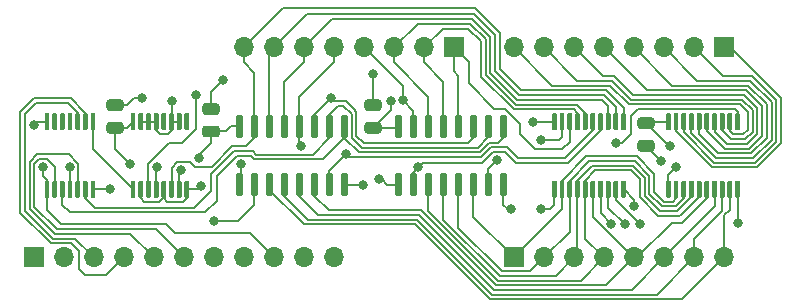
<source format=gbr>
%TF.GenerationSoftware,KiCad,Pcbnew,(5.1.10-1-10_14)*%
%TF.CreationDate,2021-12-11T09:19:18-05:00*%
%TF.ProjectId,control-unit,636f6e74-726f-46c2-9d75-6e69742e6b69,rev?*%
%TF.SameCoordinates,Original*%
%TF.FileFunction,Copper,L1,Top*%
%TF.FilePolarity,Positive*%
%FSLAX46Y46*%
G04 Gerber Fmt 4.6, Leading zero omitted, Abs format (unit mm)*
G04 Created by KiCad (PCBNEW (5.1.10-1-10_14)) date 2021-12-11 09:19:18*
%MOMM*%
%LPD*%
G01*
G04 APERTURE LIST*
%TA.AperFunction,ComponentPad*%
%ADD10O,1.700000X1.700000*%
%TD*%
%TA.AperFunction,ComponentPad*%
%ADD11R,1.700000X1.700000*%
%TD*%
%TA.AperFunction,ViaPad*%
%ADD12C,0.800000*%
%TD*%
%TA.AperFunction,Conductor*%
%ADD13C,0.200000*%
%TD*%
G04 APERTURE END LIST*
%TO.P,C4,2*%
%TO.N,GND*%
%TA.AperFunction,SMDPad,CuDef*%
G36*
G01*
X179865000Y-87572000D02*
X180815000Y-87572000D01*
G75*
G02*
X181065000Y-87822000I0J-250000D01*
G01*
X181065000Y-88322000D01*
G75*
G02*
X180815000Y-88572000I-250000J0D01*
G01*
X179865000Y-88572000D01*
G75*
G02*
X179615000Y-88322000I0J250000D01*
G01*
X179615000Y-87822000D01*
G75*
G02*
X179865000Y-87572000I250000J0D01*
G01*
G37*
%TD.AperFunction*%
%TO.P,C4,1*%
%TO.N,VCC*%
%TA.AperFunction,SMDPad,CuDef*%
G36*
G01*
X179865000Y-85672000D02*
X180815000Y-85672000D01*
G75*
G02*
X181065000Y-85922000I0J-250000D01*
G01*
X181065000Y-86422000D01*
G75*
G02*
X180815000Y-86672000I-250000J0D01*
G01*
X179865000Y-86672000D01*
G75*
G02*
X179615000Y-86422000I0J250000D01*
G01*
X179615000Y-85922000D01*
G75*
G02*
X179865000Y-85672000I250000J0D01*
G01*
G37*
%TD.AperFunction*%
%TD*%
%TO.P,C3,2*%
%TO.N,GND*%
%TA.AperFunction,SMDPad,CuDef*%
G36*
G01*
X135857000Y-85148000D02*
X134907000Y-85148000D01*
G75*
G02*
X134657000Y-84898000I0J250000D01*
G01*
X134657000Y-84398000D01*
G75*
G02*
X134907000Y-84148000I250000J0D01*
G01*
X135857000Y-84148000D01*
G75*
G02*
X136107000Y-84398000I0J-250000D01*
G01*
X136107000Y-84898000D01*
G75*
G02*
X135857000Y-85148000I-250000J0D01*
G01*
G37*
%TD.AperFunction*%
%TO.P,C3,1*%
%TO.N,VCC*%
%TA.AperFunction,SMDPad,CuDef*%
G36*
G01*
X135857000Y-87048000D02*
X134907000Y-87048000D01*
G75*
G02*
X134657000Y-86798000I0J250000D01*
G01*
X134657000Y-86298000D01*
G75*
G02*
X134907000Y-86048000I250000J0D01*
G01*
X135857000Y-86048000D01*
G75*
G02*
X136107000Y-86298000I0J-250000D01*
G01*
X136107000Y-86798000D01*
G75*
G02*
X135857000Y-87048000I-250000J0D01*
G01*
G37*
%TD.AperFunction*%
%TD*%
%TO.P,C2,2*%
%TO.N,GND*%
%TA.AperFunction,SMDPad,CuDef*%
G36*
G01*
X157701000Y-85148000D02*
X156751000Y-85148000D01*
G75*
G02*
X156501000Y-84898000I0J250000D01*
G01*
X156501000Y-84398000D01*
G75*
G02*
X156751000Y-84148000I250000J0D01*
G01*
X157701000Y-84148000D01*
G75*
G02*
X157951000Y-84398000I0J-250000D01*
G01*
X157951000Y-84898000D01*
G75*
G02*
X157701000Y-85148000I-250000J0D01*
G01*
G37*
%TD.AperFunction*%
%TO.P,C2,1*%
%TO.N,VCC*%
%TA.AperFunction,SMDPad,CuDef*%
G36*
G01*
X157701000Y-87048000D02*
X156751000Y-87048000D01*
G75*
G02*
X156501000Y-86798000I0J250000D01*
G01*
X156501000Y-86298000D01*
G75*
G02*
X156751000Y-86048000I250000J0D01*
G01*
X157701000Y-86048000D01*
G75*
G02*
X157951000Y-86298000I0J-250000D01*
G01*
X157951000Y-86798000D01*
G75*
G02*
X157701000Y-87048000I-250000J0D01*
G01*
G37*
%TD.AperFunction*%
%TD*%
%TO.P,C1,2*%
%TO.N,GND*%
%TA.AperFunction,SMDPad,CuDef*%
G36*
G01*
X143985000Y-85468000D02*
X143035000Y-85468000D01*
G75*
G02*
X142785000Y-85218000I0J250000D01*
G01*
X142785000Y-84718000D01*
G75*
G02*
X143035000Y-84468000I250000J0D01*
G01*
X143985000Y-84468000D01*
G75*
G02*
X144235000Y-84718000I0J-250000D01*
G01*
X144235000Y-85218000D01*
G75*
G02*
X143985000Y-85468000I-250000J0D01*
G01*
G37*
%TD.AperFunction*%
%TO.P,C1,1*%
%TO.N,VCC*%
%TA.AperFunction,SMDPad,CuDef*%
G36*
G01*
X143985000Y-87368000D02*
X143035000Y-87368000D01*
G75*
G02*
X142785000Y-87118000I0J250000D01*
G01*
X142785000Y-86618000D01*
G75*
G02*
X143035000Y-86368000I250000J0D01*
G01*
X143985000Y-86368000D01*
G75*
G02*
X144235000Y-86618000I0J-250000D01*
G01*
X144235000Y-87118000D01*
G75*
G02*
X143985000Y-87368000I-250000J0D01*
G01*
G37*
%TD.AperFunction*%
%TD*%
%TO.P,U3,20*%
%TO.N,VCC*%
%TA.AperFunction,SMDPad,CuDef*%
G36*
G01*
X182341000Y-86775000D02*
X182141000Y-86775000D01*
G75*
G02*
X182041000Y-86675000I0J100000D01*
G01*
X182041000Y-85400000D01*
G75*
G02*
X182141000Y-85300000I100000J0D01*
G01*
X182341000Y-85300000D01*
G75*
G02*
X182441000Y-85400000I0J-100000D01*
G01*
X182441000Y-86675000D01*
G75*
G02*
X182341000Y-86775000I-100000J0D01*
G01*
G37*
%TD.AperFunction*%
%TO.P,U3,19*%
%TO.N,B7*%
%TA.AperFunction,SMDPad,CuDef*%
G36*
G01*
X182991000Y-86775000D02*
X182791000Y-86775000D01*
G75*
G02*
X182691000Y-86675000I0J100000D01*
G01*
X182691000Y-85400000D01*
G75*
G02*
X182791000Y-85300000I100000J0D01*
G01*
X182991000Y-85300000D01*
G75*
G02*
X183091000Y-85400000I0J-100000D01*
G01*
X183091000Y-86675000D01*
G75*
G02*
X182991000Y-86775000I-100000J0D01*
G01*
G37*
%TD.AperFunction*%
%TO.P,U3,18*%
%TO.N,B6*%
%TA.AperFunction,SMDPad,CuDef*%
G36*
G01*
X183641000Y-86775000D02*
X183441000Y-86775000D01*
G75*
G02*
X183341000Y-86675000I0J100000D01*
G01*
X183341000Y-85400000D01*
G75*
G02*
X183441000Y-85300000I100000J0D01*
G01*
X183641000Y-85300000D01*
G75*
G02*
X183741000Y-85400000I0J-100000D01*
G01*
X183741000Y-86675000D01*
G75*
G02*
X183641000Y-86775000I-100000J0D01*
G01*
G37*
%TD.AperFunction*%
%TO.P,U3,17*%
%TO.N,B5*%
%TA.AperFunction,SMDPad,CuDef*%
G36*
G01*
X184291000Y-86775000D02*
X184091000Y-86775000D01*
G75*
G02*
X183991000Y-86675000I0J100000D01*
G01*
X183991000Y-85400000D01*
G75*
G02*
X184091000Y-85300000I100000J0D01*
G01*
X184291000Y-85300000D01*
G75*
G02*
X184391000Y-85400000I0J-100000D01*
G01*
X184391000Y-86675000D01*
G75*
G02*
X184291000Y-86775000I-100000J0D01*
G01*
G37*
%TD.AperFunction*%
%TO.P,U3,16*%
%TO.N,B4*%
%TA.AperFunction,SMDPad,CuDef*%
G36*
G01*
X184941000Y-86775000D02*
X184741000Y-86775000D01*
G75*
G02*
X184641000Y-86675000I0J100000D01*
G01*
X184641000Y-85400000D01*
G75*
G02*
X184741000Y-85300000I100000J0D01*
G01*
X184941000Y-85300000D01*
G75*
G02*
X185041000Y-85400000I0J-100000D01*
G01*
X185041000Y-86675000D01*
G75*
G02*
X184941000Y-86775000I-100000J0D01*
G01*
G37*
%TD.AperFunction*%
%TO.P,U3,15*%
%TO.N,B3*%
%TA.AperFunction,SMDPad,CuDef*%
G36*
G01*
X185591000Y-86775000D02*
X185391000Y-86775000D01*
G75*
G02*
X185291000Y-86675000I0J100000D01*
G01*
X185291000Y-85400000D01*
G75*
G02*
X185391000Y-85300000I100000J0D01*
G01*
X185591000Y-85300000D01*
G75*
G02*
X185691000Y-85400000I0J-100000D01*
G01*
X185691000Y-86675000D01*
G75*
G02*
X185591000Y-86775000I-100000J0D01*
G01*
G37*
%TD.AperFunction*%
%TO.P,U3,14*%
%TO.N,B2*%
%TA.AperFunction,SMDPad,CuDef*%
G36*
G01*
X186241000Y-86775000D02*
X186041000Y-86775000D01*
G75*
G02*
X185941000Y-86675000I0J100000D01*
G01*
X185941000Y-85400000D01*
G75*
G02*
X186041000Y-85300000I100000J0D01*
G01*
X186241000Y-85300000D01*
G75*
G02*
X186341000Y-85400000I0J-100000D01*
G01*
X186341000Y-86675000D01*
G75*
G02*
X186241000Y-86775000I-100000J0D01*
G01*
G37*
%TD.AperFunction*%
%TO.P,U3,13*%
%TO.N,B1*%
%TA.AperFunction,SMDPad,CuDef*%
G36*
G01*
X186891000Y-86775000D02*
X186691000Y-86775000D01*
G75*
G02*
X186591000Y-86675000I0J100000D01*
G01*
X186591000Y-85400000D01*
G75*
G02*
X186691000Y-85300000I100000J0D01*
G01*
X186891000Y-85300000D01*
G75*
G02*
X186991000Y-85400000I0J-100000D01*
G01*
X186991000Y-86675000D01*
G75*
G02*
X186891000Y-86775000I-100000J0D01*
G01*
G37*
%TD.AperFunction*%
%TO.P,U3,12*%
%TO.N,B0*%
%TA.AperFunction,SMDPad,CuDef*%
G36*
G01*
X187541000Y-86775000D02*
X187341000Y-86775000D01*
G75*
G02*
X187241000Y-86675000I0J100000D01*
G01*
X187241000Y-85400000D01*
G75*
G02*
X187341000Y-85300000I100000J0D01*
G01*
X187541000Y-85300000D01*
G75*
G02*
X187641000Y-85400000I0J-100000D01*
G01*
X187641000Y-86675000D01*
G75*
G02*
X187541000Y-86775000I-100000J0D01*
G01*
G37*
%TD.AperFunction*%
%TO.P,U3,11*%
%TO.N,LDB*%
%TA.AperFunction,SMDPad,CuDef*%
G36*
G01*
X188191000Y-86775000D02*
X187991000Y-86775000D01*
G75*
G02*
X187891000Y-86675000I0J100000D01*
G01*
X187891000Y-85400000D01*
G75*
G02*
X187991000Y-85300000I100000J0D01*
G01*
X188191000Y-85300000D01*
G75*
G02*
X188291000Y-85400000I0J-100000D01*
G01*
X188291000Y-86675000D01*
G75*
G02*
X188191000Y-86775000I-100000J0D01*
G01*
G37*
%TD.AperFunction*%
%TO.P,U3,10*%
%TO.N,GND*%
%TA.AperFunction,SMDPad,CuDef*%
G36*
G01*
X188191000Y-92500000D02*
X187991000Y-92500000D01*
G75*
G02*
X187891000Y-92400000I0J100000D01*
G01*
X187891000Y-91125000D01*
G75*
G02*
X187991000Y-91025000I100000J0D01*
G01*
X188191000Y-91025000D01*
G75*
G02*
X188291000Y-91125000I0J-100000D01*
G01*
X188291000Y-92400000D01*
G75*
G02*
X188191000Y-92500000I-100000J0D01*
G01*
G37*
%TD.AperFunction*%
%TO.P,U3,9*%
%TO.N,BUS0*%
%TA.AperFunction,SMDPad,CuDef*%
G36*
G01*
X187541000Y-92500000D02*
X187341000Y-92500000D01*
G75*
G02*
X187241000Y-92400000I0J100000D01*
G01*
X187241000Y-91125000D01*
G75*
G02*
X187341000Y-91025000I100000J0D01*
G01*
X187541000Y-91025000D01*
G75*
G02*
X187641000Y-91125000I0J-100000D01*
G01*
X187641000Y-92400000D01*
G75*
G02*
X187541000Y-92500000I-100000J0D01*
G01*
G37*
%TD.AperFunction*%
%TO.P,U3,8*%
%TO.N,BUS1*%
%TA.AperFunction,SMDPad,CuDef*%
G36*
G01*
X186891000Y-92500000D02*
X186691000Y-92500000D01*
G75*
G02*
X186591000Y-92400000I0J100000D01*
G01*
X186591000Y-91125000D01*
G75*
G02*
X186691000Y-91025000I100000J0D01*
G01*
X186891000Y-91025000D01*
G75*
G02*
X186991000Y-91125000I0J-100000D01*
G01*
X186991000Y-92400000D01*
G75*
G02*
X186891000Y-92500000I-100000J0D01*
G01*
G37*
%TD.AperFunction*%
%TO.P,U3,7*%
%TO.N,BUS2*%
%TA.AperFunction,SMDPad,CuDef*%
G36*
G01*
X186241000Y-92500000D02*
X186041000Y-92500000D01*
G75*
G02*
X185941000Y-92400000I0J100000D01*
G01*
X185941000Y-91125000D01*
G75*
G02*
X186041000Y-91025000I100000J0D01*
G01*
X186241000Y-91025000D01*
G75*
G02*
X186341000Y-91125000I0J-100000D01*
G01*
X186341000Y-92400000D01*
G75*
G02*
X186241000Y-92500000I-100000J0D01*
G01*
G37*
%TD.AperFunction*%
%TO.P,U3,6*%
%TO.N,BUS3*%
%TA.AperFunction,SMDPad,CuDef*%
G36*
G01*
X185591000Y-92500000D02*
X185391000Y-92500000D01*
G75*
G02*
X185291000Y-92400000I0J100000D01*
G01*
X185291000Y-91125000D01*
G75*
G02*
X185391000Y-91025000I100000J0D01*
G01*
X185591000Y-91025000D01*
G75*
G02*
X185691000Y-91125000I0J-100000D01*
G01*
X185691000Y-92400000D01*
G75*
G02*
X185591000Y-92500000I-100000J0D01*
G01*
G37*
%TD.AperFunction*%
%TO.P,U3,5*%
%TO.N,BUS4*%
%TA.AperFunction,SMDPad,CuDef*%
G36*
G01*
X184941000Y-92500000D02*
X184741000Y-92500000D01*
G75*
G02*
X184641000Y-92400000I0J100000D01*
G01*
X184641000Y-91125000D01*
G75*
G02*
X184741000Y-91025000I100000J0D01*
G01*
X184941000Y-91025000D01*
G75*
G02*
X185041000Y-91125000I0J-100000D01*
G01*
X185041000Y-92400000D01*
G75*
G02*
X184941000Y-92500000I-100000J0D01*
G01*
G37*
%TD.AperFunction*%
%TO.P,U3,4*%
%TO.N,BUS5*%
%TA.AperFunction,SMDPad,CuDef*%
G36*
G01*
X184291000Y-92500000D02*
X184091000Y-92500000D01*
G75*
G02*
X183991000Y-92400000I0J100000D01*
G01*
X183991000Y-91125000D01*
G75*
G02*
X184091000Y-91025000I100000J0D01*
G01*
X184291000Y-91025000D01*
G75*
G02*
X184391000Y-91125000I0J-100000D01*
G01*
X184391000Y-92400000D01*
G75*
G02*
X184291000Y-92500000I-100000J0D01*
G01*
G37*
%TD.AperFunction*%
%TO.P,U3,3*%
%TO.N,BUS6*%
%TA.AperFunction,SMDPad,CuDef*%
G36*
G01*
X183641000Y-92500000D02*
X183441000Y-92500000D01*
G75*
G02*
X183341000Y-92400000I0J100000D01*
G01*
X183341000Y-91125000D01*
G75*
G02*
X183441000Y-91025000I100000J0D01*
G01*
X183641000Y-91025000D01*
G75*
G02*
X183741000Y-91125000I0J-100000D01*
G01*
X183741000Y-92400000D01*
G75*
G02*
X183641000Y-92500000I-100000J0D01*
G01*
G37*
%TD.AperFunction*%
%TO.P,U3,2*%
%TO.N,BUS7*%
%TA.AperFunction,SMDPad,CuDef*%
G36*
G01*
X182991000Y-92500000D02*
X182791000Y-92500000D01*
G75*
G02*
X182691000Y-92400000I0J100000D01*
G01*
X182691000Y-91125000D01*
G75*
G02*
X182791000Y-91025000I100000J0D01*
G01*
X182991000Y-91025000D01*
G75*
G02*
X183091000Y-91125000I0J-100000D01*
G01*
X183091000Y-92400000D01*
G75*
G02*
X182991000Y-92500000I-100000J0D01*
G01*
G37*
%TD.AperFunction*%
%TO.P,U3,1*%
%TO.N,GND*%
%TA.AperFunction,SMDPad,CuDef*%
G36*
G01*
X182341000Y-92500000D02*
X182141000Y-92500000D01*
G75*
G02*
X182041000Y-92400000I0J100000D01*
G01*
X182041000Y-91125000D01*
G75*
G02*
X182141000Y-91025000I100000J0D01*
G01*
X182341000Y-91025000D01*
G75*
G02*
X182441000Y-91125000I0J-100000D01*
G01*
X182441000Y-92400000D01*
G75*
G02*
X182341000Y-92500000I-100000J0D01*
G01*
G37*
%TD.AperFunction*%
%TD*%
D10*
%TO.P,J4,8*%
%TO.N,B0*%
X169164000Y-79756000D03*
%TO.P,J4,7*%
%TO.N,B1*%
X171704000Y-79756000D03*
%TO.P,J4,6*%
%TO.N,B2*%
X174244000Y-79756000D03*
%TO.P,J4,5*%
%TO.N,B3*%
X176784000Y-79756000D03*
%TO.P,J4,4*%
%TO.N,B4*%
X179324000Y-79756000D03*
%TO.P,J4,3*%
%TO.N,B5*%
X181864000Y-79756000D03*
%TO.P,J4,2*%
%TO.N,B6*%
X184404000Y-79756000D03*
D11*
%TO.P,J4,1*%
%TO.N,B7*%
X186944000Y-79756000D03*
%TD*%
D10*
%TO.P,J3,8*%
%TO.N,A0*%
X146304000Y-79756000D03*
%TO.P,J3,7*%
%TO.N,A1*%
X148844000Y-79756000D03*
%TO.P,J3,6*%
%TO.N,A2*%
X151384000Y-79756000D03*
%TO.P,J3,5*%
%TO.N,A3*%
X153924000Y-79756000D03*
%TO.P,J3,4*%
%TO.N,A4*%
X156464000Y-79756000D03*
%TO.P,J3,3*%
%TO.N,A5*%
X159004000Y-79756000D03*
%TO.P,J3,2*%
%TO.N,A6*%
X161544000Y-79756000D03*
D11*
%TO.P,J3,1*%
%TO.N,A7*%
X164084000Y-79756000D03*
%TD*%
D10*
%TO.P,J2,11*%
%TO.N,VCC*%
X153924000Y-97536000D03*
%TO.P,J2,10*%
%TO.N,GND*%
X151384000Y-97536000D03*
%TO.P,J2,9*%
%TO.N,~LDA*%
X148844000Y-97536000D03*
%TO.P,J2,8*%
%TO.N,~A_OUT*%
X146304000Y-97536000D03*
%TO.P,J2,7*%
%TO.N,LDB*%
X143764000Y-97536000D03*
%TO.P,J2,6*%
%TO.N,~SHL*%
X141224000Y-97536000D03*
%TO.P,J2,5*%
%TO.N,~SHR*%
X138684000Y-97536000D03*
%TO.P,J2,4*%
%TO.N,~ROR*%
X136144000Y-97536000D03*
%TO.P,J2,3*%
%TO.N,~ROL*%
X133604000Y-97536000D03*
%TO.P,J2,2*%
%TO.N,CLOCK*%
X131064000Y-97536000D03*
D11*
%TO.P,J2,1*%
%TO.N,~RESET*%
X128524000Y-97536000D03*
%TD*%
D10*
%TO.P,J1,8*%
%TO.N,BUS0*%
X186944000Y-97536000D03*
%TO.P,J1,7*%
%TO.N,BUS1*%
X184404000Y-97536000D03*
%TO.P,J1,6*%
%TO.N,BUS2*%
X181864000Y-97536000D03*
%TO.P,J1,5*%
%TO.N,BUS3*%
X179324000Y-97536000D03*
%TO.P,J1,4*%
%TO.N,BUS4*%
X176784000Y-97536000D03*
%TO.P,J1,3*%
%TO.N,BUS5*%
X174244000Y-97536000D03*
%TO.P,J1,2*%
%TO.N,BUS6*%
X171704000Y-97536000D03*
D11*
%TO.P,J1,1*%
%TO.N,BUS7*%
X169164000Y-97536000D03*
%TD*%
%TO.P,U5,16*%
%TO.N,VCC*%
%TA.AperFunction,SMDPad,CuDef*%
G36*
G01*
X137017000Y-86775000D02*
X136817000Y-86775000D01*
G75*
G02*
X136717000Y-86675000I0J100000D01*
G01*
X136717000Y-85400000D01*
G75*
G02*
X136817000Y-85300000I100000J0D01*
G01*
X137017000Y-85300000D01*
G75*
G02*
X137117000Y-85400000I0J-100000D01*
G01*
X137117000Y-86675000D01*
G75*
G02*
X137017000Y-86775000I-100000J0D01*
G01*
G37*
%TD.AperFunction*%
%TO.P,U5,15*%
%TO.N,GND*%
%TA.AperFunction,SMDPad,CuDef*%
G36*
G01*
X137667000Y-86775000D02*
X137467000Y-86775000D01*
G75*
G02*
X137367000Y-86675000I0J100000D01*
G01*
X137367000Y-85400000D01*
G75*
G02*
X137467000Y-85300000I100000J0D01*
G01*
X137667000Y-85300000D01*
G75*
G02*
X137767000Y-85400000I0J-100000D01*
G01*
X137767000Y-86675000D01*
G75*
G02*
X137667000Y-86775000I-100000J0D01*
G01*
G37*
%TD.AperFunction*%
%TO.P,U5,14*%
%TA.AperFunction,SMDPad,CuDef*%
G36*
G01*
X138317000Y-86775000D02*
X138117000Y-86775000D01*
G75*
G02*
X138017000Y-86675000I0J100000D01*
G01*
X138017000Y-85400000D01*
G75*
G02*
X138117000Y-85300000I100000J0D01*
G01*
X138317000Y-85300000D01*
G75*
G02*
X138417000Y-85400000I0J-100000D01*
G01*
X138417000Y-86675000D01*
G75*
G02*
X138317000Y-86775000I-100000J0D01*
G01*
G37*
%TD.AperFunction*%
%TO.P,U5,13*%
%TA.AperFunction,SMDPad,CuDef*%
G36*
G01*
X138967000Y-86775000D02*
X138767000Y-86775000D01*
G75*
G02*
X138667000Y-86675000I0J100000D01*
G01*
X138667000Y-85400000D01*
G75*
G02*
X138767000Y-85300000I100000J0D01*
G01*
X138967000Y-85300000D01*
G75*
G02*
X139067000Y-85400000I0J-100000D01*
G01*
X139067000Y-86675000D01*
G75*
G02*
X138967000Y-86775000I-100000J0D01*
G01*
G37*
%TD.AperFunction*%
%TO.P,U5,12*%
%TO.N,Net-(U5-Pad12)*%
%TA.AperFunction,SMDPad,CuDef*%
G36*
G01*
X139617000Y-86775000D02*
X139417000Y-86775000D01*
G75*
G02*
X139317000Y-86675000I0J100000D01*
G01*
X139317000Y-85400000D01*
G75*
G02*
X139417000Y-85300000I100000J0D01*
G01*
X139617000Y-85300000D01*
G75*
G02*
X139717000Y-85400000I0J-100000D01*
G01*
X139717000Y-86675000D01*
G75*
G02*
X139617000Y-86775000I-100000J0D01*
G01*
G37*
%TD.AperFunction*%
%TO.P,U5,11*%
%TO.N,GND*%
%TA.AperFunction,SMDPad,CuDef*%
G36*
G01*
X140267000Y-86775000D02*
X140067000Y-86775000D01*
G75*
G02*
X139967000Y-86675000I0J100000D01*
G01*
X139967000Y-85400000D01*
G75*
G02*
X140067000Y-85300000I100000J0D01*
G01*
X140267000Y-85300000D01*
G75*
G02*
X140367000Y-85400000I0J-100000D01*
G01*
X140367000Y-86675000D01*
G75*
G02*
X140267000Y-86775000I-100000J0D01*
G01*
G37*
%TD.AperFunction*%
%TO.P,U5,10*%
%TA.AperFunction,SMDPad,CuDef*%
G36*
G01*
X140917000Y-86775000D02*
X140717000Y-86775000D01*
G75*
G02*
X140617000Y-86675000I0J100000D01*
G01*
X140617000Y-85400000D01*
G75*
G02*
X140717000Y-85300000I100000J0D01*
G01*
X140917000Y-85300000D01*
G75*
G02*
X141017000Y-85400000I0J-100000D01*
G01*
X141017000Y-86675000D01*
G75*
G02*
X140917000Y-86775000I-100000J0D01*
G01*
G37*
%TD.AperFunction*%
%TO.P,U5,9*%
%TO.N,Net-(U5-Pad9)*%
%TA.AperFunction,SMDPad,CuDef*%
G36*
G01*
X141567000Y-86775000D02*
X141367000Y-86775000D01*
G75*
G02*
X141267000Y-86675000I0J100000D01*
G01*
X141267000Y-85400000D01*
G75*
G02*
X141367000Y-85300000I100000J0D01*
G01*
X141567000Y-85300000D01*
G75*
G02*
X141667000Y-85400000I0J-100000D01*
G01*
X141667000Y-86675000D01*
G75*
G02*
X141567000Y-86775000I-100000J0D01*
G01*
G37*
%TD.AperFunction*%
%TO.P,U5,8*%
%TO.N,GND*%
%TA.AperFunction,SMDPad,CuDef*%
G36*
G01*
X141567000Y-92500000D02*
X141367000Y-92500000D01*
G75*
G02*
X141267000Y-92400000I0J100000D01*
G01*
X141267000Y-91125000D01*
G75*
G02*
X141367000Y-91025000I100000J0D01*
G01*
X141567000Y-91025000D01*
G75*
G02*
X141667000Y-91125000I0J-100000D01*
G01*
X141667000Y-92400000D01*
G75*
G02*
X141567000Y-92500000I-100000J0D01*
G01*
G37*
%TD.AperFunction*%
%TO.P,U5,7*%
%TO.N,CISR*%
%TA.AperFunction,SMDPad,CuDef*%
G36*
G01*
X140917000Y-92500000D02*
X140717000Y-92500000D01*
G75*
G02*
X140617000Y-92400000I0J100000D01*
G01*
X140617000Y-91125000D01*
G75*
G02*
X140717000Y-91025000I100000J0D01*
G01*
X140917000Y-91025000D01*
G75*
G02*
X141017000Y-91125000I0J-100000D01*
G01*
X141017000Y-92400000D01*
G75*
G02*
X140917000Y-92500000I-100000J0D01*
G01*
G37*
%TD.AperFunction*%
%TO.P,U5,6*%
%TO.N,A0*%
%TA.AperFunction,SMDPad,CuDef*%
G36*
G01*
X140267000Y-92500000D02*
X140067000Y-92500000D01*
G75*
G02*
X139967000Y-92400000I0J100000D01*
G01*
X139967000Y-91125000D01*
G75*
G02*
X140067000Y-91025000I100000J0D01*
G01*
X140267000Y-91025000D01*
G75*
G02*
X140367000Y-91125000I0J-100000D01*
G01*
X140367000Y-92400000D01*
G75*
G02*
X140267000Y-92500000I-100000J0D01*
G01*
G37*
%TD.AperFunction*%
%TO.P,U5,5*%
%TO.N,GND*%
%TA.AperFunction,SMDPad,CuDef*%
G36*
G01*
X139617000Y-92500000D02*
X139417000Y-92500000D01*
G75*
G02*
X139317000Y-92400000I0J100000D01*
G01*
X139317000Y-91125000D01*
G75*
G02*
X139417000Y-91025000I100000J0D01*
G01*
X139617000Y-91025000D01*
G75*
G02*
X139717000Y-91125000I0J-100000D01*
G01*
X139717000Y-92400000D01*
G75*
G02*
X139617000Y-92500000I-100000J0D01*
G01*
G37*
%TD.AperFunction*%
%TO.P,U5,4*%
%TO.N,CISL*%
%TA.AperFunction,SMDPad,CuDef*%
G36*
G01*
X138967000Y-92500000D02*
X138767000Y-92500000D01*
G75*
G02*
X138667000Y-92400000I0J100000D01*
G01*
X138667000Y-91125000D01*
G75*
G02*
X138767000Y-91025000I100000J0D01*
G01*
X138967000Y-91025000D01*
G75*
G02*
X139067000Y-91125000I0J-100000D01*
G01*
X139067000Y-92400000D01*
G75*
G02*
X138967000Y-92500000I-100000J0D01*
G01*
G37*
%TD.AperFunction*%
%TO.P,U5,3*%
%TO.N,A7*%
%TA.AperFunction,SMDPad,CuDef*%
G36*
G01*
X138317000Y-92500000D02*
X138117000Y-92500000D01*
G75*
G02*
X138017000Y-92400000I0J100000D01*
G01*
X138017000Y-91125000D01*
G75*
G02*
X138117000Y-91025000I100000J0D01*
G01*
X138317000Y-91025000D01*
G75*
G02*
X138417000Y-91125000I0J-100000D01*
G01*
X138417000Y-92400000D01*
G75*
G02*
X138317000Y-92500000I-100000J0D01*
G01*
G37*
%TD.AperFunction*%
%TO.P,U5,2*%
%TO.N,GND*%
%TA.AperFunction,SMDPad,CuDef*%
G36*
G01*
X137667000Y-92500000D02*
X137467000Y-92500000D01*
G75*
G02*
X137367000Y-92400000I0J100000D01*
G01*
X137367000Y-91125000D01*
G75*
G02*
X137467000Y-91025000I100000J0D01*
G01*
X137667000Y-91025000D01*
G75*
G02*
X137767000Y-91125000I0J-100000D01*
G01*
X137767000Y-92400000D01*
G75*
G02*
X137667000Y-92500000I-100000J0D01*
G01*
G37*
%TD.AperFunction*%
%TO.P,U5,1*%
%TO.N,Net-(U1-Pad8)*%
%TA.AperFunction,SMDPad,CuDef*%
G36*
G01*
X137017000Y-92500000D02*
X136817000Y-92500000D01*
G75*
G02*
X136717000Y-92400000I0J100000D01*
G01*
X136717000Y-91125000D01*
G75*
G02*
X136817000Y-91025000I100000J0D01*
G01*
X137017000Y-91025000D01*
G75*
G02*
X137117000Y-91125000I0J-100000D01*
G01*
X137117000Y-92400000D01*
G75*
G02*
X137017000Y-92500000I-100000J0D01*
G01*
G37*
%TD.AperFunction*%
%TD*%
%TO.P,U7,16*%
%TO.N,VCC*%
%TA.AperFunction,SMDPad,CuDef*%
G36*
G01*
X159535000Y-87400000D02*
X159235000Y-87400000D01*
G75*
G02*
X159085000Y-87250000I0J150000D01*
G01*
X159085000Y-85600000D01*
G75*
G02*
X159235000Y-85450000I150000J0D01*
G01*
X159535000Y-85450000D01*
G75*
G02*
X159685000Y-85600000I0J-150000D01*
G01*
X159685000Y-87250000D01*
G75*
G02*
X159535000Y-87400000I-150000J0D01*
G01*
G37*
%TD.AperFunction*%
%TO.P,U7,15*%
%TO.N,A4*%
%TA.AperFunction,SMDPad,CuDef*%
G36*
G01*
X160805000Y-87400000D02*
X160505000Y-87400000D01*
G75*
G02*
X160355000Y-87250000I0J150000D01*
G01*
X160355000Y-85600000D01*
G75*
G02*
X160505000Y-85450000I150000J0D01*
G01*
X160805000Y-85450000D01*
G75*
G02*
X160955000Y-85600000I0J-150000D01*
G01*
X160955000Y-87250000D01*
G75*
G02*
X160805000Y-87400000I-150000J0D01*
G01*
G37*
%TD.AperFunction*%
%TO.P,U7,14*%
%TO.N,A5*%
%TA.AperFunction,SMDPad,CuDef*%
G36*
G01*
X162075000Y-87400000D02*
X161775000Y-87400000D01*
G75*
G02*
X161625000Y-87250000I0J150000D01*
G01*
X161625000Y-85600000D01*
G75*
G02*
X161775000Y-85450000I150000J0D01*
G01*
X162075000Y-85450000D01*
G75*
G02*
X162225000Y-85600000I0J-150000D01*
G01*
X162225000Y-87250000D01*
G75*
G02*
X162075000Y-87400000I-150000J0D01*
G01*
G37*
%TD.AperFunction*%
%TO.P,U7,13*%
%TO.N,A6*%
%TA.AperFunction,SMDPad,CuDef*%
G36*
G01*
X163345000Y-87400000D02*
X163045000Y-87400000D01*
G75*
G02*
X162895000Y-87250000I0J150000D01*
G01*
X162895000Y-85600000D01*
G75*
G02*
X163045000Y-85450000I150000J0D01*
G01*
X163345000Y-85450000D01*
G75*
G02*
X163495000Y-85600000I0J-150000D01*
G01*
X163495000Y-87250000D01*
G75*
G02*
X163345000Y-87400000I-150000J0D01*
G01*
G37*
%TD.AperFunction*%
%TO.P,U7,12*%
%TO.N,A7*%
%TA.AperFunction,SMDPad,CuDef*%
G36*
G01*
X164615000Y-87400000D02*
X164315000Y-87400000D01*
G75*
G02*
X164165000Y-87250000I0J150000D01*
G01*
X164165000Y-85600000D01*
G75*
G02*
X164315000Y-85450000I150000J0D01*
G01*
X164615000Y-85450000D01*
G75*
G02*
X164765000Y-85600000I0J-150000D01*
G01*
X164765000Y-87250000D01*
G75*
G02*
X164615000Y-87400000I-150000J0D01*
G01*
G37*
%TD.AperFunction*%
%TO.P,U7,11*%
%TO.N,CLOCK*%
%TA.AperFunction,SMDPad,CuDef*%
G36*
G01*
X165885000Y-87400000D02*
X165585000Y-87400000D01*
G75*
G02*
X165435000Y-87250000I0J150000D01*
G01*
X165435000Y-85600000D01*
G75*
G02*
X165585000Y-85450000I150000J0D01*
G01*
X165885000Y-85450000D01*
G75*
G02*
X166035000Y-85600000I0J-150000D01*
G01*
X166035000Y-87250000D01*
G75*
G02*
X165885000Y-87400000I-150000J0D01*
G01*
G37*
%TD.AperFunction*%
%TO.P,U7,10*%
%TO.N,S1*%
%TA.AperFunction,SMDPad,CuDef*%
G36*
G01*
X167155000Y-87400000D02*
X166855000Y-87400000D01*
G75*
G02*
X166705000Y-87250000I0J150000D01*
G01*
X166705000Y-85600000D01*
G75*
G02*
X166855000Y-85450000I150000J0D01*
G01*
X167155000Y-85450000D01*
G75*
G02*
X167305000Y-85600000I0J-150000D01*
G01*
X167305000Y-87250000D01*
G75*
G02*
X167155000Y-87400000I-150000J0D01*
G01*
G37*
%TD.AperFunction*%
%TO.P,U7,9*%
%TO.N,S0*%
%TA.AperFunction,SMDPad,CuDef*%
G36*
G01*
X168425000Y-87400000D02*
X168125000Y-87400000D01*
G75*
G02*
X167975000Y-87250000I0J150000D01*
G01*
X167975000Y-85600000D01*
G75*
G02*
X168125000Y-85450000I150000J0D01*
G01*
X168425000Y-85450000D01*
G75*
G02*
X168575000Y-85600000I0J-150000D01*
G01*
X168575000Y-87250000D01*
G75*
G02*
X168425000Y-87400000I-150000J0D01*
G01*
G37*
%TD.AperFunction*%
%TO.P,U7,8*%
%TO.N,GND*%
%TA.AperFunction,SMDPad,CuDef*%
G36*
G01*
X168425000Y-92350000D02*
X168125000Y-92350000D01*
G75*
G02*
X167975000Y-92200000I0J150000D01*
G01*
X167975000Y-90550000D01*
G75*
G02*
X168125000Y-90400000I150000J0D01*
G01*
X168425000Y-90400000D01*
G75*
G02*
X168575000Y-90550000I0J-150000D01*
G01*
X168575000Y-92200000D01*
G75*
G02*
X168425000Y-92350000I-150000J0D01*
G01*
G37*
%TD.AperFunction*%
%TO.P,U7,7*%
%TO.N,CISL*%
%TA.AperFunction,SMDPad,CuDef*%
G36*
G01*
X167155000Y-92350000D02*
X166855000Y-92350000D01*
G75*
G02*
X166705000Y-92200000I0J150000D01*
G01*
X166705000Y-90550000D01*
G75*
G02*
X166855000Y-90400000I150000J0D01*
G01*
X167155000Y-90400000D01*
G75*
G02*
X167305000Y-90550000I0J-150000D01*
G01*
X167305000Y-92200000D01*
G75*
G02*
X167155000Y-92350000I-150000J0D01*
G01*
G37*
%TD.AperFunction*%
%TO.P,U7,6*%
%TO.N,BUS7*%
%TA.AperFunction,SMDPad,CuDef*%
G36*
G01*
X165885000Y-92350000D02*
X165585000Y-92350000D01*
G75*
G02*
X165435000Y-92200000I0J150000D01*
G01*
X165435000Y-90550000D01*
G75*
G02*
X165585000Y-90400000I150000J0D01*
G01*
X165885000Y-90400000D01*
G75*
G02*
X166035000Y-90550000I0J-150000D01*
G01*
X166035000Y-92200000D01*
G75*
G02*
X165885000Y-92350000I-150000J0D01*
G01*
G37*
%TD.AperFunction*%
%TO.P,U7,5*%
%TO.N,BUS6*%
%TA.AperFunction,SMDPad,CuDef*%
G36*
G01*
X164615000Y-92350000D02*
X164315000Y-92350000D01*
G75*
G02*
X164165000Y-92200000I0J150000D01*
G01*
X164165000Y-90550000D01*
G75*
G02*
X164315000Y-90400000I150000J0D01*
G01*
X164615000Y-90400000D01*
G75*
G02*
X164765000Y-90550000I0J-150000D01*
G01*
X164765000Y-92200000D01*
G75*
G02*
X164615000Y-92350000I-150000J0D01*
G01*
G37*
%TD.AperFunction*%
%TO.P,U7,4*%
%TO.N,BUS5*%
%TA.AperFunction,SMDPad,CuDef*%
G36*
G01*
X163345000Y-92350000D02*
X163045000Y-92350000D01*
G75*
G02*
X162895000Y-92200000I0J150000D01*
G01*
X162895000Y-90550000D01*
G75*
G02*
X163045000Y-90400000I150000J0D01*
G01*
X163345000Y-90400000D01*
G75*
G02*
X163495000Y-90550000I0J-150000D01*
G01*
X163495000Y-92200000D01*
G75*
G02*
X163345000Y-92350000I-150000J0D01*
G01*
G37*
%TD.AperFunction*%
%TO.P,U7,3*%
%TO.N,BUS4*%
%TA.AperFunction,SMDPad,CuDef*%
G36*
G01*
X162075000Y-92350000D02*
X161775000Y-92350000D01*
G75*
G02*
X161625000Y-92200000I0J150000D01*
G01*
X161625000Y-90550000D01*
G75*
G02*
X161775000Y-90400000I150000J0D01*
G01*
X162075000Y-90400000D01*
G75*
G02*
X162225000Y-90550000I0J-150000D01*
G01*
X162225000Y-92200000D01*
G75*
G02*
X162075000Y-92350000I-150000J0D01*
G01*
G37*
%TD.AperFunction*%
%TO.P,U7,2*%
%TO.N,A3*%
%TA.AperFunction,SMDPad,CuDef*%
G36*
G01*
X160805000Y-92350000D02*
X160505000Y-92350000D01*
G75*
G02*
X160355000Y-92200000I0J150000D01*
G01*
X160355000Y-90550000D01*
G75*
G02*
X160505000Y-90400000I150000J0D01*
G01*
X160805000Y-90400000D01*
G75*
G02*
X160955000Y-90550000I0J-150000D01*
G01*
X160955000Y-92200000D01*
G75*
G02*
X160805000Y-92350000I-150000J0D01*
G01*
G37*
%TD.AperFunction*%
%TO.P,U7,1*%
%TO.N,~RESET*%
%TA.AperFunction,SMDPad,CuDef*%
G36*
G01*
X159535000Y-92350000D02*
X159235000Y-92350000D01*
G75*
G02*
X159085000Y-92200000I0J150000D01*
G01*
X159085000Y-90550000D01*
G75*
G02*
X159235000Y-90400000I150000J0D01*
G01*
X159535000Y-90400000D01*
G75*
G02*
X159685000Y-90550000I0J-150000D01*
G01*
X159685000Y-92200000D01*
G75*
G02*
X159535000Y-92350000I-150000J0D01*
G01*
G37*
%TD.AperFunction*%
%TD*%
%TO.P,U4,16*%
%TO.N,VCC*%
%TA.AperFunction,SMDPad,CuDef*%
G36*
G01*
X146073000Y-87400000D02*
X145773000Y-87400000D01*
G75*
G02*
X145623000Y-87250000I0J150000D01*
G01*
X145623000Y-85600000D01*
G75*
G02*
X145773000Y-85450000I150000J0D01*
G01*
X146073000Y-85450000D01*
G75*
G02*
X146223000Y-85600000I0J-150000D01*
G01*
X146223000Y-87250000D01*
G75*
G02*
X146073000Y-87400000I-150000J0D01*
G01*
G37*
%TD.AperFunction*%
%TO.P,U4,15*%
%TO.N,A0*%
%TA.AperFunction,SMDPad,CuDef*%
G36*
G01*
X147343000Y-87400000D02*
X147043000Y-87400000D01*
G75*
G02*
X146893000Y-87250000I0J150000D01*
G01*
X146893000Y-85600000D01*
G75*
G02*
X147043000Y-85450000I150000J0D01*
G01*
X147343000Y-85450000D01*
G75*
G02*
X147493000Y-85600000I0J-150000D01*
G01*
X147493000Y-87250000D01*
G75*
G02*
X147343000Y-87400000I-150000J0D01*
G01*
G37*
%TD.AperFunction*%
%TO.P,U4,14*%
%TO.N,A1*%
%TA.AperFunction,SMDPad,CuDef*%
G36*
G01*
X148613000Y-87400000D02*
X148313000Y-87400000D01*
G75*
G02*
X148163000Y-87250000I0J150000D01*
G01*
X148163000Y-85600000D01*
G75*
G02*
X148313000Y-85450000I150000J0D01*
G01*
X148613000Y-85450000D01*
G75*
G02*
X148763000Y-85600000I0J-150000D01*
G01*
X148763000Y-87250000D01*
G75*
G02*
X148613000Y-87400000I-150000J0D01*
G01*
G37*
%TD.AperFunction*%
%TO.P,U4,13*%
%TO.N,A2*%
%TA.AperFunction,SMDPad,CuDef*%
G36*
G01*
X149883000Y-87400000D02*
X149583000Y-87400000D01*
G75*
G02*
X149433000Y-87250000I0J150000D01*
G01*
X149433000Y-85600000D01*
G75*
G02*
X149583000Y-85450000I150000J0D01*
G01*
X149883000Y-85450000D01*
G75*
G02*
X150033000Y-85600000I0J-150000D01*
G01*
X150033000Y-87250000D01*
G75*
G02*
X149883000Y-87400000I-150000J0D01*
G01*
G37*
%TD.AperFunction*%
%TO.P,U4,12*%
%TO.N,A3*%
%TA.AperFunction,SMDPad,CuDef*%
G36*
G01*
X151153000Y-87400000D02*
X150853000Y-87400000D01*
G75*
G02*
X150703000Y-87250000I0J150000D01*
G01*
X150703000Y-85600000D01*
G75*
G02*
X150853000Y-85450000I150000J0D01*
G01*
X151153000Y-85450000D01*
G75*
G02*
X151303000Y-85600000I0J-150000D01*
G01*
X151303000Y-87250000D01*
G75*
G02*
X151153000Y-87400000I-150000J0D01*
G01*
G37*
%TD.AperFunction*%
%TO.P,U4,11*%
%TO.N,CLOCK*%
%TA.AperFunction,SMDPad,CuDef*%
G36*
G01*
X152423000Y-87400000D02*
X152123000Y-87400000D01*
G75*
G02*
X151973000Y-87250000I0J150000D01*
G01*
X151973000Y-85600000D01*
G75*
G02*
X152123000Y-85450000I150000J0D01*
G01*
X152423000Y-85450000D01*
G75*
G02*
X152573000Y-85600000I0J-150000D01*
G01*
X152573000Y-87250000D01*
G75*
G02*
X152423000Y-87400000I-150000J0D01*
G01*
G37*
%TD.AperFunction*%
%TO.P,U4,10*%
%TO.N,S1*%
%TA.AperFunction,SMDPad,CuDef*%
G36*
G01*
X153693000Y-87400000D02*
X153393000Y-87400000D01*
G75*
G02*
X153243000Y-87250000I0J150000D01*
G01*
X153243000Y-85600000D01*
G75*
G02*
X153393000Y-85450000I150000J0D01*
G01*
X153693000Y-85450000D01*
G75*
G02*
X153843000Y-85600000I0J-150000D01*
G01*
X153843000Y-87250000D01*
G75*
G02*
X153693000Y-87400000I-150000J0D01*
G01*
G37*
%TD.AperFunction*%
%TO.P,U4,9*%
%TO.N,S0*%
%TA.AperFunction,SMDPad,CuDef*%
G36*
G01*
X154963000Y-87400000D02*
X154663000Y-87400000D01*
G75*
G02*
X154513000Y-87250000I0J150000D01*
G01*
X154513000Y-85600000D01*
G75*
G02*
X154663000Y-85450000I150000J0D01*
G01*
X154963000Y-85450000D01*
G75*
G02*
X155113000Y-85600000I0J-150000D01*
G01*
X155113000Y-87250000D01*
G75*
G02*
X154963000Y-87400000I-150000J0D01*
G01*
G37*
%TD.AperFunction*%
%TO.P,U4,8*%
%TO.N,GND*%
%TA.AperFunction,SMDPad,CuDef*%
G36*
G01*
X154963000Y-92350000D02*
X154663000Y-92350000D01*
G75*
G02*
X154513000Y-92200000I0J150000D01*
G01*
X154513000Y-90550000D01*
G75*
G02*
X154663000Y-90400000I150000J0D01*
G01*
X154963000Y-90400000D01*
G75*
G02*
X155113000Y-90550000I0J-150000D01*
G01*
X155113000Y-92200000D01*
G75*
G02*
X154963000Y-92350000I-150000J0D01*
G01*
G37*
%TD.AperFunction*%
%TO.P,U4,7*%
%TO.N,A4*%
%TA.AperFunction,SMDPad,CuDef*%
G36*
G01*
X153693000Y-92350000D02*
X153393000Y-92350000D01*
G75*
G02*
X153243000Y-92200000I0J150000D01*
G01*
X153243000Y-90550000D01*
G75*
G02*
X153393000Y-90400000I150000J0D01*
G01*
X153693000Y-90400000D01*
G75*
G02*
X153843000Y-90550000I0J-150000D01*
G01*
X153843000Y-92200000D01*
G75*
G02*
X153693000Y-92350000I-150000J0D01*
G01*
G37*
%TD.AperFunction*%
%TO.P,U4,6*%
%TO.N,BUS3*%
%TA.AperFunction,SMDPad,CuDef*%
G36*
G01*
X152423000Y-92350000D02*
X152123000Y-92350000D01*
G75*
G02*
X151973000Y-92200000I0J150000D01*
G01*
X151973000Y-90550000D01*
G75*
G02*
X152123000Y-90400000I150000J0D01*
G01*
X152423000Y-90400000D01*
G75*
G02*
X152573000Y-90550000I0J-150000D01*
G01*
X152573000Y-92200000D01*
G75*
G02*
X152423000Y-92350000I-150000J0D01*
G01*
G37*
%TD.AperFunction*%
%TO.P,U4,5*%
%TO.N,BUS2*%
%TA.AperFunction,SMDPad,CuDef*%
G36*
G01*
X151153000Y-92350000D02*
X150853000Y-92350000D01*
G75*
G02*
X150703000Y-92200000I0J150000D01*
G01*
X150703000Y-90550000D01*
G75*
G02*
X150853000Y-90400000I150000J0D01*
G01*
X151153000Y-90400000D01*
G75*
G02*
X151303000Y-90550000I0J-150000D01*
G01*
X151303000Y-92200000D01*
G75*
G02*
X151153000Y-92350000I-150000J0D01*
G01*
G37*
%TD.AperFunction*%
%TO.P,U4,4*%
%TO.N,BUS1*%
%TA.AperFunction,SMDPad,CuDef*%
G36*
G01*
X149883000Y-92350000D02*
X149583000Y-92350000D01*
G75*
G02*
X149433000Y-92200000I0J150000D01*
G01*
X149433000Y-90550000D01*
G75*
G02*
X149583000Y-90400000I150000J0D01*
G01*
X149883000Y-90400000D01*
G75*
G02*
X150033000Y-90550000I0J-150000D01*
G01*
X150033000Y-92200000D01*
G75*
G02*
X149883000Y-92350000I-150000J0D01*
G01*
G37*
%TD.AperFunction*%
%TO.P,U4,3*%
%TO.N,BUS0*%
%TA.AperFunction,SMDPad,CuDef*%
G36*
G01*
X148613000Y-92350000D02*
X148313000Y-92350000D01*
G75*
G02*
X148163000Y-92200000I0J150000D01*
G01*
X148163000Y-90550000D01*
G75*
G02*
X148313000Y-90400000I150000J0D01*
G01*
X148613000Y-90400000D01*
G75*
G02*
X148763000Y-90550000I0J-150000D01*
G01*
X148763000Y-92200000D01*
G75*
G02*
X148613000Y-92350000I-150000J0D01*
G01*
G37*
%TD.AperFunction*%
%TO.P,U4,2*%
%TO.N,CISR*%
%TA.AperFunction,SMDPad,CuDef*%
G36*
G01*
X147343000Y-92350000D02*
X147043000Y-92350000D01*
G75*
G02*
X146893000Y-92200000I0J150000D01*
G01*
X146893000Y-90550000D01*
G75*
G02*
X147043000Y-90400000I150000J0D01*
G01*
X147343000Y-90400000D01*
G75*
G02*
X147493000Y-90550000I0J-150000D01*
G01*
X147493000Y-92200000D01*
G75*
G02*
X147343000Y-92350000I-150000J0D01*
G01*
G37*
%TD.AperFunction*%
%TO.P,U4,1*%
%TO.N,~RESET*%
%TA.AperFunction,SMDPad,CuDef*%
G36*
G01*
X146073000Y-92350000D02*
X145773000Y-92350000D01*
G75*
G02*
X145623000Y-92200000I0J150000D01*
G01*
X145623000Y-90550000D01*
G75*
G02*
X145773000Y-90400000I150000J0D01*
G01*
X146073000Y-90400000D01*
G75*
G02*
X146223000Y-90550000I0J-150000D01*
G01*
X146223000Y-92200000D01*
G75*
G02*
X146073000Y-92350000I-150000J0D01*
G01*
G37*
%TD.AperFunction*%
%TD*%
%TO.P,U2,20*%
%TO.N,VCC*%
%TA.AperFunction,SMDPad,CuDef*%
G36*
G01*
X172689000Y-86775000D02*
X172489000Y-86775000D01*
G75*
G02*
X172389000Y-86675000I0J100000D01*
G01*
X172389000Y-85400000D01*
G75*
G02*
X172489000Y-85300000I100000J0D01*
G01*
X172689000Y-85300000D01*
G75*
G02*
X172789000Y-85400000I0J-100000D01*
G01*
X172789000Y-86675000D01*
G75*
G02*
X172689000Y-86775000I-100000J0D01*
G01*
G37*
%TD.AperFunction*%
%TO.P,U2,19*%
%TO.N,~A_OUT*%
%TA.AperFunction,SMDPad,CuDef*%
G36*
G01*
X173339000Y-86775000D02*
X173139000Y-86775000D01*
G75*
G02*
X173039000Y-86675000I0J100000D01*
G01*
X173039000Y-85400000D01*
G75*
G02*
X173139000Y-85300000I100000J0D01*
G01*
X173339000Y-85300000D01*
G75*
G02*
X173439000Y-85400000I0J-100000D01*
G01*
X173439000Y-86675000D01*
G75*
G02*
X173339000Y-86775000I-100000J0D01*
G01*
G37*
%TD.AperFunction*%
%TO.P,U2,18*%
%TO.N,A7*%
%TA.AperFunction,SMDPad,CuDef*%
G36*
G01*
X173989000Y-86775000D02*
X173789000Y-86775000D01*
G75*
G02*
X173689000Y-86675000I0J100000D01*
G01*
X173689000Y-85400000D01*
G75*
G02*
X173789000Y-85300000I100000J0D01*
G01*
X173989000Y-85300000D01*
G75*
G02*
X174089000Y-85400000I0J-100000D01*
G01*
X174089000Y-86675000D01*
G75*
G02*
X173989000Y-86775000I-100000J0D01*
G01*
G37*
%TD.AperFunction*%
%TO.P,U2,17*%
%TO.N,A6*%
%TA.AperFunction,SMDPad,CuDef*%
G36*
G01*
X174639000Y-86775000D02*
X174439000Y-86775000D01*
G75*
G02*
X174339000Y-86675000I0J100000D01*
G01*
X174339000Y-85400000D01*
G75*
G02*
X174439000Y-85300000I100000J0D01*
G01*
X174639000Y-85300000D01*
G75*
G02*
X174739000Y-85400000I0J-100000D01*
G01*
X174739000Y-86675000D01*
G75*
G02*
X174639000Y-86775000I-100000J0D01*
G01*
G37*
%TD.AperFunction*%
%TO.P,U2,16*%
%TO.N,A5*%
%TA.AperFunction,SMDPad,CuDef*%
G36*
G01*
X175289000Y-86775000D02*
X175089000Y-86775000D01*
G75*
G02*
X174989000Y-86675000I0J100000D01*
G01*
X174989000Y-85400000D01*
G75*
G02*
X175089000Y-85300000I100000J0D01*
G01*
X175289000Y-85300000D01*
G75*
G02*
X175389000Y-85400000I0J-100000D01*
G01*
X175389000Y-86675000D01*
G75*
G02*
X175289000Y-86775000I-100000J0D01*
G01*
G37*
%TD.AperFunction*%
%TO.P,U2,15*%
%TO.N,A4*%
%TA.AperFunction,SMDPad,CuDef*%
G36*
G01*
X175939000Y-86775000D02*
X175739000Y-86775000D01*
G75*
G02*
X175639000Y-86675000I0J100000D01*
G01*
X175639000Y-85400000D01*
G75*
G02*
X175739000Y-85300000I100000J0D01*
G01*
X175939000Y-85300000D01*
G75*
G02*
X176039000Y-85400000I0J-100000D01*
G01*
X176039000Y-86675000D01*
G75*
G02*
X175939000Y-86775000I-100000J0D01*
G01*
G37*
%TD.AperFunction*%
%TO.P,U2,14*%
%TO.N,A3*%
%TA.AperFunction,SMDPad,CuDef*%
G36*
G01*
X176589000Y-86775000D02*
X176389000Y-86775000D01*
G75*
G02*
X176289000Y-86675000I0J100000D01*
G01*
X176289000Y-85400000D01*
G75*
G02*
X176389000Y-85300000I100000J0D01*
G01*
X176589000Y-85300000D01*
G75*
G02*
X176689000Y-85400000I0J-100000D01*
G01*
X176689000Y-86675000D01*
G75*
G02*
X176589000Y-86775000I-100000J0D01*
G01*
G37*
%TD.AperFunction*%
%TO.P,U2,13*%
%TO.N,A2*%
%TA.AperFunction,SMDPad,CuDef*%
G36*
G01*
X177239000Y-86775000D02*
X177039000Y-86775000D01*
G75*
G02*
X176939000Y-86675000I0J100000D01*
G01*
X176939000Y-85400000D01*
G75*
G02*
X177039000Y-85300000I100000J0D01*
G01*
X177239000Y-85300000D01*
G75*
G02*
X177339000Y-85400000I0J-100000D01*
G01*
X177339000Y-86675000D01*
G75*
G02*
X177239000Y-86775000I-100000J0D01*
G01*
G37*
%TD.AperFunction*%
%TO.P,U2,12*%
%TO.N,A1*%
%TA.AperFunction,SMDPad,CuDef*%
G36*
G01*
X177889000Y-86775000D02*
X177689000Y-86775000D01*
G75*
G02*
X177589000Y-86675000I0J100000D01*
G01*
X177589000Y-85400000D01*
G75*
G02*
X177689000Y-85300000I100000J0D01*
G01*
X177889000Y-85300000D01*
G75*
G02*
X177989000Y-85400000I0J-100000D01*
G01*
X177989000Y-86675000D01*
G75*
G02*
X177889000Y-86775000I-100000J0D01*
G01*
G37*
%TD.AperFunction*%
%TO.P,U2,11*%
%TO.N,A0*%
%TA.AperFunction,SMDPad,CuDef*%
G36*
G01*
X178539000Y-86775000D02*
X178339000Y-86775000D01*
G75*
G02*
X178239000Y-86675000I0J100000D01*
G01*
X178239000Y-85400000D01*
G75*
G02*
X178339000Y-85300000I100000J0D01*
G01*
X178539000Y-85300000D01*
G75*
G02*
X178639000Y-85400000I0J-100000D01*
G01*
X178639000Y-86675000D01*
G75*
G02*
X178539000Y-86775000I-100000J0D01*
G01*
G37*
%TD.AperFunction*%
%TO.P,U2,10*%
%TO.N,GND*%
%TA.AperFunction,SMDPad,CuDef*%
G36*
G01*
X178539000Y-92500000D02*
X178339000Y-92500000D01*
G75*
G02*
X178239000Y-92400000I0J100000D01*
G01*
X178239000Y-91125000D01*
G75*
G02*
X178339000Y-91025000I100000J0D01*
G01*
X178539000Y-91025000D01*
G75*
G02*
X178639000Y-91125000I0J-100000D01*
G01*
X178639000Y-92400000D01*
G75*
G02*
X178539000Y-92500000I-100000J0D01*
G01*
G37*
%TD.AperFunction*%
%TO.P,U2,9*%
%TO.N,BUS0*%
%TA.AperFunction,SMDPad,CuDef*%
G36*
G01*
X177889000Y-92500000D02*
X177689000Y-92500000D01*
G75*
G02*
X177589000Y-92400000I0J100000D01*
G01*
X177589000Y-91125000D01*
G75*
G02*
X177689000Y-91025000I100000J0D01*
G01*
X177889000Y-91025000D01*
G75*
G02*
X177989000Y-91125000I0J-100000D01*
G01*
X177989000Y-92400000D01*
G75*
G02*
X177889000Y-92500000I-100000J0D01*
G01*
G37*
%TD.AperFunction*%
%TO.P,U2,8*%
%TO.N,BUS1*%
%TA.AperFunction,SMDPad,CuDef*%
G36*
G01*
X177239000Y-92500000D02*
X177039000Y-92500000D01*
G75*
G02*
X176939000Y-92400000I0J100000D01*
G01*
X176939000Y-91125000D01*
G75*
G02*
X177039000Y-91025000I100000J0D01*
G01*
X177239000Y-91025000D01*
G75*
G02*
X177339000Y-91125000I0J-100000D01*
G01*
X177339000Y-92400000D01*
G75*
G02*
X177239000Y-92500000I-100000J0D01*
G01*
G37*
%TD.AperFunction*%
%TO.P,U2,7*%
%TO.N,BUS2*%
%TA.AperFunction,SMDPad,CuDef*%
G36*
G01*
X176589000Y-92500000D02*
X176389000Y-92500000D01*
G75*
G02*
X176289000Y-92400000I0J100000D01*
G01*
X176289000Y-91125000D01*
G75*
G02*
X176389000Y-91025000I100000J0D01*
G01*
X176589000Y-91025000D01*
G75*
G02*
X176689000Y-91125000I0J-100000D01*
G01*
X176689000Y-92400000D01*
G75*
G02*
X176589000Y-92500000I-100000J0D01*
G01*
G37*
%TD.AperFunction*%
%TO.P,U2,6*%
%TO.N,BUS3*%
%TA.AperFunction,SMDPad,CuDef*%
G36*
G01*
X175939000Y-92500000D02*
X175739000Y-92500000D01*
G75*
G02*
X175639000Y-92400000I0J100000D01*
G01*
X175639000Y-91125000D01*
G75*
G02*
X175739000Y-91025000I100000J0D01*
G01*
X175939000Y-91025000D01*
G75*
G02*
X176039000Y-91125000I0J-100000D01*
G01*
X176039000Y-92400000D01*
G75*
G02*
X175939000Y-92500000I-100000J0D01*
G01*
G37*
%TD.AperFunction*%
%TO.P,U2,5*%
%TO.N,BUS4*%
%TA.AperFunction,SMDPad,CuDef*%
G36*
G01*
X175289000Y-92500000D02*
X175089000Y-92500000D01*
G75*
G02*
X174989000Y-92400000I0J100000D01*
G01*
X174989000Y-91125000D01*
G75*
G02*
X175089000Y-91025000I100000J0D01*
G01*
X175289000Y-91025000D01*
G75*
G02*
X175389000Y-91125000I0J-100000D01*
G01*
X175389000Y-92400000D01*
G75*
G02*
X175289000Y-92500000I-100000J0D01*
G01*
G37*
%TD.AperFunction*%
%TO.P,U2,4*%
%TO.N,BUS5*%
%TA.AperFunction,SMDPad,CuDef*%
G36*
G01*
X174639000Y-92500000D02*
X174439000Y-92500000D01*
G75*
G02*
X174339000Y-92400000I0J100000D01*
G01*
X174339000Y-91125000D01*
G75*
G02*
X174439000Y-91025000I100000J0D01*
G01*
X174639000Y-91025000D01*
G75*
G02*
X174739000Y-91125000I0J-100000D01*
G01*
X174739000Y-92400000D01*
G75*
G02*
X174639000Y-92500000I-100000J0D01*
G01*
G37*
%TD.AperFunction*%
%TO.P,U2,3*%
%TO.N,BUS6*%
%TA.AperFunction,SMDPad,CuDef*%
G36*
G01*
X173989000Y-92500000D02*
X173789000Y-92500000D01*
G75*
G02*
X173689000Y-92400000I0J100000D01*
G01*
X173689000Y-91125000D01*
G75*
G02*
X173789000Y-91025000I100000J0D01*
G01*
X173989000Y-91025000D01*
G75*
G02*
X174089000Y-91125000I0J-100000D01*
G01*
X174089000Y-92400000D01*
G75*
G02*
X173989000Y-92500000I-100000J0D01*
G01*
G37*
%TD.AperFunction*%
%TO.P,U2,2*%
%TO.N,BUS7*%
%TA.AperFunction,SMDPad,CuDef*%
G36*
G01*
X173339000Y-92500000D02*
X173139000Y-92500000D01*
G75*
G02*
X173039000Y-92400000I0J100000D01*
G01*
X173039000Y-91125000D01*
G75*
G02*
X173139000Y-91025000I100000J0D01*
G01*
X173339000Y-91025000D01*
G75*
G02*
X173439000Y-91125000I0J-100000D01*
G01*
X173439000Y-92400000D01*
G75*
G02*
X173339000Y-92500000I-100000J0D01*
G01*
G37*
%TD.AperFunction*%
%TO.P,U2,1*%
%TO.N,GND*%
%TA.AperFunction,SMDPad,CuDef*%
G36*
G01*
X172689000Y-92500000D02*
X172489000Y-92500000D01*
G75*
G02*
X172389000Y-92400000I0J100000D01*
G01*
X172389000Y-91125000D01*
G75*
G02*
X172489000Y-91025000I100000J0D01*
G01*
X172689000Y-91025000D01*
G75*
G02*
X172789000Y-91125000I0J-100000D01*
G01*
X172789000Y-92400000D01*
G75*
G02*
X172689000Y-92500000I-100000J0D01*
G01*
G37*
%TD.AperFunction*%
%TD*%
%TO.P,U1,14*%
%TO.N,VCC*%
%TA.AperFunction,SMDPad,CuDef*%
G36*
G01*
X129722000Y-86775000D02*
X129522000Y-86775000D01*
G75*
G02*
X129422000Y-86675000I0J100000D01*
G01*
X129422000Y-85400000D01*
G75*
G02*
X129522000Y-85300000I100000J0D01*
G01*
X129722000Y-85300000D01*
G75*
G02*
X129822000Y-85400000I0J-100000D01*
G01*
X129822000Y-86675000D01*
G75*
G02*
X129722000Y-86775000I-100000J0D01*
G01*
G37*
%TD.AperFunction*%
%TO.P,U1,13*%
%TO.N,Net-(U1-Pad13)*%
%TA.AperFunction,SMDPad,CuDef*%
G36*
G01*
X130372000Y-86775000D02*
X130172000Y-86775000D01*
G75*
G02*
X130072000Y-86675000I0J100000D01*
G01*
X130072000Y-85400000D01*
G75*
G02*
X130172000Y-85300000I100000J0D01*
G01*
X130372000Y-85300000D01*
G75*
G02*
X130472000Y-85400000I0J-100000D01*
G01*
X130472000Y-86675000D01*
G75*
G02*
X130372000Y-86775000I-100000J0D01*
G01*
G37*
%TD.AperFunction*%
%TO.P,U1,12*%
%TO.N,Net-(U1-Pad12)*%
%TA.AperFunction,SMDPad,CuDef*%
G36*
G01*
X131022000Y-86775000D02*
X130822000Y-86775000D01*
G75*
G02*
X130722000Y-86675000I0J100000D01*
G01*
X130722000Y-85400000D01*
G75*
G02*
X130822000Y-85300000I100000J0D01*
G01*
X131022000Y-85300000D01*
G75*
G02*
X131122000Y-85400000I0J-100000D01*
G01*
X131122000Y-86675000D01*
G75*
G02*
X131022000Y-86775000I-100000J0D01*
G01*
G37*
%TD.AperFunction*%
%TO.P,U1,11*%
%TO.N,Net-(U1-Pad11)*%
%TA.AperFunction,SMDPad,CuDef*%
G36*
G01*
X131672000Y-86775000D02*
X131472000Y-86775000D01*
G75*
G02*
X131372000Y-86675000I0J100000D01*
G01*
X131372000Y-85400000D01*
G75*
G02*
X131472000Y-85300000I100000J0D01*
G01*
X131672000Y-85300000D01*
G75*
G02*
X131772000Y-85400000I0J-100000D01*
G01*
X131772000Y-86675000D01*
G75*
G02*
X131672000Y-86775000I-100000J0D01*
G01*
G37*
%TD.AperFunction*%
%TO.P,U1,10*%
%TO.N,~ROL*%
%TA.AperFunction,SMDPad,CuDef*%
G36*
G01*
X132322000Y-86775000D02*
X132122000Y-86775000D01*
G75*
G02*
X132022000Y-86675000I0J100000D01*
G01*
X132022000Y-85400000D01*
G75*
G02*
X132122000Y-85300000I100000J0D01*
G01*
X132322000Y-85300000D01*
G75*
G02*
X132422000Y-85400000I0J-100000D01*
G01*
X132422000Y-86675000D01*
G75*
G02*
X132322000Y-86775000I-100000J0D01*
G01*
G37*
%TD.AperFunction*%
%TO.P,U1,9*%
%TO.N,~ROR*%
%TA.AperFunction,SMDPad,CuDef*%
G36*
G01*
X132972000Y-86775000D02*
X132772000Y-86775000D01*
G75*
G02*
X132672000Y-86675000I0J100000D01*
G01*
X132672000Y-85400000D01*
G75*
G02*
X132772000Y-85300000I100000J0D01*
G01*
X132972000Y-85300000D01*
G75*
G02*
X133072000Y-85400000I0J-100000D01*
G01*
X133072000Y-86675000D01*
G75*
G02*
X132972000Y-86775000I-100000J0D01*
G01*
G37*
%TD.AperFunction*%
%TO.P,U1,8*%
%TO.N,Net-(U1-Pad8)*%
%TA.AperFunction,SMDPad,CuDef*%
G36*
G01*
X133622000Y-86775000D02*
X133422000Y-86775000D01*
G75*
G02*
X133322000Y-86675000I0J100000D01*
G01*
X133322000Y-85400000D01*
G75*
G02*
X133422000Y-85300000I100000J0D01*
G01*
X133622000Y-85300000D01*
G75*
G02*
X133722000Y-85400000I0J-100000D01*
G01*
X133722000Y-86675000D01*
G75*
G02*
X133622000Y-86775000I-100000J0D01*
G01*
G37*
%TD.AperFunction*%
%TO.P,U1,7*%
%TO.N,GND*%
%TA.AperFunction,SMDPad,CuDef*%
G36*
G01*
X133622000Y-92500000D02*
X133422000Y-92500000D01*
G75*
G02*
X133322000Y-92400000I0J100000D01*
G01*
X133322000Y-91125000D01*
G75*
G02*
X133422000Y-91025000I100000J0D01*
G01*
X133622000Y-91025000D01*
G75*
G02*
X133722000Y-91125000I0J-100000D01*
G01*
X133722000Y-92400000D01*
G75*
G02*
X133622000Y-92500000I-100000J0D01*
G01*
G37*
%TD.AperFunction*%
%TO.P,U1,6*%
%TO.N,S1*%
%TA.AperFunction,SMDPad,CuDef*%
G36*
G01*
X132972000Y-92500000D02*
X132772000Y-92500000D01*
G75*
G02*
X132672000Y-92400000I0J100000D01*
G01*
X132672000Y-91125000D01*
G75*
G02*
X132772000Y-91025000I100000J0D01*
G01*
X132972000Y-91025000D01*
G75*
G02*
X133072000Y-91125000I0J-100000D01*
G01*
X133072000Y-92400000D01*
G75*
G02*
X132972000Y-92500000I-100000J0D01*
G01*
G37*
%TD.AperFunction*%
%TO.P,U1,5*%
%TO.N,~SHR*%
%TA.AperFunction,SMDPad,CuDef*%
G36*
G01*
X132322000Y-92500000D02*
X132122000Y-92500000D01*
G75*
G02*
X132022000Y-92400000I0J100000D01*
G01*
X132022000Y-91125000D01*
G75*
G02*
X132122000Y-91025000I100000J0D01*
G01*
X132322000Y-91025000D01*
G75*
G02*
X132422000Y-91125000I0J-100000D01*
G01*
X132422000Y-92400000D01*
G75*
G02*
X132322000Y-92500000I-100000J0D01*
G01*
G37*
%TD.AperFunction*%
%TO.P,U1,4*%
%TO.N,~LDA*%
%TA.AperFunction,SMDPad,CuDef*%
G36*
G01*
X131672000Y-92500000D02*
X131472000Y-92500000D01*
G75*
G02*
X131372000Y-92400000I0J100000D01*
G01*
X131372000Y-91125000D01*
G75*
G02*
X131472000Y-91025000I100000J0D01*
G01*
X131672000Y-91025000D01*
G75*
G02*
X131772000Y-91125000I0J-100000D01*
G01*
X131772000Y-92400000D01*
G75*
G02*
X131672000Y-92500000I-100000J0D01*
G01*
G37*
%TD.AperFunction*%
%TO.P,U1,3*%
%TO.N,S0*%
%TA.AperFunction,SMDPad,CuDef*%
G36*
G01*
X131022000Y-92500000D02*
X130822000Y-92500000D01*
G75*
G02*
X130722000Y-92400000I0J100000D01*
G01*
X130722000Y-91125000D01*
G75*
G02*
X130822000Y-91025000I100000J0D01*
G01*
X131022000Y-91025000D01*
G75*
G02*
X131122000Y-91125000I0J-100000D01*
G01*
X131122000Y-92400000D01*
G75*
G02*
X131022000Y-92500000I-100000J0D01*
G01*
G37*
%TD.AperFunction*%
%TO.P,U1,2*%
%TO.N,~SHL*%
%TA.AperFunction,SMDPad,CuDef*%
G36*
G01*
X130372000Y-92500000D02*
X130172000Y-92500000D01*
G75*
G02*
X130072000Y-92400000I0J100000D01*
G01*
X130072000Y-91125000D01*
G75*
G02*
X130172000Y-91025000I100000J0D01*
G01*
X130372000Y-91025000D01*
G75*
G02*
X130472000Y-91125000I0J-100000D01*
G01*
X130472000Y-92400000D01*
G75*
G02*
X130372000Y-92500000I-100000J0D01*
G01*
G37*
%TD.AperFunction*%
%TO.P,U1,1*%
%TO.N,~LDA*%
%TA.AperFunction,SMDPad,CuDef*%
G36*
G01*
X129722000Y-92500000D02*
X129522000Y-92500000D01*
G75*
G02*
X129422000Y-92400000I0J100000D01*
G01*
X129422000Y-91125000D01*
G75*
G02*
X129522000Y-91025000I100000J0D01*
G01*
X129722000Y-91025000D01*
G75*
G02*
X129822000Y-91125000I0J-100000D01*
G01*
X129822000Y-92400000D01*
G75*
G02*
X129722000Y-92500000I-100000J0D01*
G01*
G37*
%TD.AperFunction*%
%TD*%
D12*
%TO.N,VCC*%
X170756500Y-86037500D03*
X128524000Y-86360000D03*
X142494000Y-89154000D03*
X158750000Y-84328000D03*
X182372000Y-88138004D03*
X136652000Y-89662000D03*
%TO.N,A3*%
X161036000Y-89916000D03*
X151130000Y-88138000D03*
%TO.N,GND*%
X179324000Y-93218000D03*
X182880000Y-89916000D03*
X188091000Y-94611000D03*
X171450000Y-93472000D03*
X168910000Y-93472000D03*
X156399000Y-91375000D03*
X142696249Y-91500922D03*
X140208000Y-84328000D03*
X134942500Y-91762500D03*
X144526000Y-82550000D03*
X157226000Y-82042000D03*
X181610000Y-89408000D03*
X137668000Y-84074000D03*
%TO.N,~LDA*%
X131572000Y-89916000D03*
X129286000Y-89916000D03*
%TO.N,~A_OUT*%
X171450000Y-87630000D03*
%TO.N,A7*%
X142240000Y-83820000D03*
%TO.N,A4*%
X154928970Y-88815979D03*
X159739961Y-84186577D03*
%TO.N,BUS0*%
X179832000Y-94742000D03*
%TO.N,BUS1*%
X178562000Y-94742000D03*
%TO.N,BUS2*%
X177413420Y-94680933D03*
%TO.N,CLOCK*%
X153659500Y-84063500D03*
%TO.N,CISR*%
X143764000Y-94488000D03*
X140970000Y-90170000D03*
%TO.N,~RESET*%
X157734000Y-90932000D03*
X146050000Y-89662000D03*
%TO.N,CISL*%
X138938000Y-89916000D03*
X167750491Y-89323545D03*
%TO.N,LDB*%
X177800000Y-87884000D03*
%TD*%
D13*
%TO.N,VCC*%
X172589000Y-86037500D02*
X170756500Y-86037500D01*
X129622000Y-86037500D02*
X128846500Y-86037500D01*
X128846500Y-86037500D02*
X128524000Y-86360000D01*
X145923000Y-86425000D02*
X145223000Y-86425000D01*
X144780000Y-86868000D02*
X143510000Y-86868000D01*
X145223000Y-86425000D02*
X144780000Y-86868000D01*
X143510000Y-86868000D02*
X143510000Y-87884000D01*
X143510000Y-87884000D02*
X142494000Y-88900000D01*
X142494000Y-88900000D02*
X142494000Y-89154000D01*
X159262000Y-86548000D02*
X159385000Y-86425000D01*
X157226000Y-86548000D02*
X159262000Y-86548000D01*
X157226000Y-86548000D02*
X158750000Y-85024000D01*
X158750000Y-85024000D02*
X158750000Y-84328000D01*
X180474500Y-86037500D02*
X180340000Y-86172000D01*
X182241000Y-86037500D02*
X180474500Y-86037500D01*
X182306004Y-88138004D02*
X182372000Y-88138004D01*
X180340000Y-86172000D02*
X182306004Y-88138004D01*
X136406500Y-86548000D02*
X135382000Y-86548000D01*
X136917000Y-86037500D02*
X136406500Y-86548000D01*
X135382000Y-86548000D02*
X135382000Y-88138000D01*
X135382000Y-88138000D02*
X135382000Y-88392000D01*
X135382000Y-88392000D02*
X136652000Y-89662000D01*
%TO.N,A0*%
X147193000Y-81915000D02*
X146304000Y-81026000D01*
X147193000Y-86425000D02*
X147193000Y-81915000D01*
X146304000Y-81026000D02*
X146304000Y-79756000D01*
X149606000Y-76454000D02*
X146304000Y-79756000D01*
X167970044Y-78562044D02*
X165862000Y-76454000D01*
X176969367Y-83381967D02*
X169776467Y-83381967D01*
X167970044Y-81575544D02*
X167970044Y-78562044D01*
X169776467Y-83381967D02*
X167970044Y-81575544D01*
X165862000Y-76454000D02*
X149606000Y-76454000D01*
X178439000Y-84851600D02*
X176969367Y-83381967D01*
X178439000Y-86037500D02*
X178439000Y-84851600D01*
X146455000Y-88138000D02*
X147193000Y-87400000D01*
X140167000Y-91762500D02*
X140167000Y-89936998D01*
X140633999Y-89469999D02*
X141773995Y-89469999D01*
X145288000Y-88138000D02*
X146455000Y-88138000D01*
X140167000Y-89936998D02*
X140633999Y-89469999D01*
X142157998Y-89854002D02*
X143571998Y-89854002D01*
X143571998Y-89854002D02*
X145288000Y-88138000D01*
X141773995Y-89469999D02*
X142157998Y-89854002D01*
X147193000Y-87400000D02*
X147193000Y-86425000D01*
%TO.N,A1*%
X148463000Y-80137000D02*
X148844000Y-79756000D01*
X148463000Y-86425000D02*
X148463000Y-80137000D01*
X176803678Y-83781978D02*
X169610778Y-83781978D01*
X151638000Y-76962000D02*
X148844000Y-79756000D01*
X177789000Y-86037500D02*
X177789000Y-84767300D01*
X165804300Y-76962000D02*
X151638000Y-76962000D01*
X167570033Y-78727733D02*
X165804300Y-76962000D01*
X167570033Y-81741233D02*
X167570033Y-78727733D01*
X169610778Y-83781978D02*
X167570033Y-81741233D01*
X177789000Y-84767300D02*
X176803678Y-83781978D01*
%TO.N,A2*%
X149733000Y-82677000D02*
X151384000Y-81026000D01*
X149733000Y-86425000D02*
X149733000Y-82677000D01*
X151384000Y-79756000D02*
X151384000Y-81026000D01*
X169445089Y-84181989D02*
X167170022Y-81906922D01*
X167170022Y-81906922D02*
X167170022Y-78893422D01*
X177139000Y-84683000D02*
X176637989Y-84181989D01*
X152233999Y-78906001D02*
X151384000Y-79756000D01*
X165638611Y-77362011D02*
X153777989Y-77362011D01*
X176637989Y-84181989D02*
X169445089Y-84181989D01*
X153777989Y-77362011D02*
X152233999Y-78906001D01*
X167170022Y-78893422D02*
X165638611Y-77362011D01*
X177139000Y-86037500D02*
X177139000Y-84683000D01*
%TO.N,A3*%
X151003000Y-83947000D02*
X153924000Y-81026000D01*
X151003000Y-86425000D02*
X151003000Y-83947000D01*
X160655000Y-91375000D02*
X160655000Y-90400000D01*
X153924000Y-81026000D02*
X153924000Y-79756000D01*
X160655000Y-90400000D02*
X161036000Y-89916000D01*
X151003000Y-88011000D02*
X151130000Y-88138000D01*
X151003000Y-86425000D02*
X151003000Y-88011000D01*
X176489000Y-86775000D02*
X176489000Y-86037500D01*
X168399548Y-88623544D02*
X169330015Y-89554011D01*
X161435999Y-89516001D02*
X161462979Y-89516001D01*
X161462979Y-89516001D02*
X161500989Y-89554011D01*
X161500989Y-89554011D02*
X166484023Y-89554011D01*
X166484023Y-89554011D02*
X167414490Y-88623544D01*
X169330015Y-89554011D02*
X173709989Y-89554011D01*
X173709989Y-89554011D02*
X176489000Y-86775000D01*
X167414490Y-88623544D02*
X168399548Y-88623544D01*
X161036000Y-89916000D02*
X161435999Y-89516001D01*
%TO.N,GND*%
X178439000Y-91762500D02*
X179324000Y-92647500D01*
X179324000Y-92647500D02*
X179324000Y-93218000D01*
X182241000Y-91762500D02*
X182241000Y-90555000D01*
X182241000Y-90555000D02*
X182880000Y-89916000D01*
X188091000Y-91762500D02*
X188091000Y-94611000D01*
X172589000Y-91762500D02*
X172589000Y-93095000D01*
X172589000Y-93095000D02*
X172212000Y-93472000D01*
X172212000Y-93472000D02*
X171450000Y-93472000D01*
X168275000Y-91375000D02*
X168275000Y-93091000D01*
X168656000Y-93472000D02*
X168910000Y-93472000D01*
X168275000Y-93091000D02*
X168656000Y-93472000D01*
X156653000Y-91375000D02*
X156399000Y-91375000D01*
X154813000Y-91375000D02*
X156399000Y-91375000D01*
X142434671Y-91762500D02*
X142696249Y-91500922D01*
X141467000Y-91762500D02*
X142434671Y-91762500D01*
X137567000Y-86037500D02*
X138867000Y-86037500D01*
X140167000Y-86775000D02*
X140167000Y-86037500D01*
X138867000Y-86775000D02*
X139167010Y-87075010D01*
X139866990Y-87075010D02*
X140167000Y-86775000D01*
X139167010Y-87075010D02*
X139866990Y-87075010D01*
X138867000Y-86037500D02*
X138867000Y-86775000D01*
X140817000Y-86037500D02*
X140167000Y-86037500D01*
X140167000Y-86037500D02*
X140167000Y-84623000D01*
X140208000Y-84582000D02*
X140208000Y-84328000D01*
X140167000Y-84623000D02*
X140208000Y-84582000D01*
X139132692Y-92800010D02*
X139517000Y-92415702D01*
X139517000Y-92415702D02*
X139517000Y-91762500D01*
X137867010Y-92800010D02*
X139132692Y-92800010D01*
X137567000Y-92500000D02*
X137867010Y-92800010D01*
X137567000Y-91762500D02*
X137567000Y-92500000D01*
X141467000Y-92500000D02*
X141467000Y-91762500D01*
X141166990Y-92800010D02*
X141467000Y-92500000D01*
X139517000Y-92500000D02*
X139817010Y-92800010D01*
X139817010Y-92800010D02*
X141166990Y-92800010D01*
X139517000Y-91762500D02*
X139517000Y-92500000D01*
X135059500Y-91762500D02*
X134942500Y-91762500D01*
X133522000Y-91762500D02*
X134942500Y-91762500D01*
X143510000Y-84968000D02*
X143510000Y-83566000D01*
X143510000Y-83566000D02*
X144526000Y-82550000D01*
X157226000Y-84648000D02*
X157226000Y-82042000D01*
X180340000Y-88072000D02*
X181356000Y-89088000D01*
X181356000Y-89154000D02*
X181610000Y-89408000D01*
X181356000Y-89088000D02*
X181356000Y-89154000D01*
X136991000Y-84074000D02*
X137668000Y-84074000D01*
X136417000Y-84648000D02*
X136991000Y-84074000D01*
X135382000Y-84648000D02*
X136417000Y-84648000D01*
%TO.N,~ROL*%
X131396011Y-84474011D02*
X132222000Y-85300000D01*
X132222000Y-85300000D02*
X132222000Y-86037500D01*
X132010033Y-95942033D02*
X130116633Y-95942033D01*
X127762000Y-93587400D02*
X127762000Y-85401700D01*
X133604000Y-97536000D02*
X132010033Y-95942033D01*
X130116633Y-95942033D02*
X127762000Y-93587400D01*
X127762000Y-85401700D02*
X128689689Y-84474011D01*
X128689689Y-84474011D02*
X131396011Y-84474011D01*
%TO.N,~ROR*%
X131646000Y-84074000D02*
X132872000Y-85300000D01*
X128524000Y-84074000D02*
X131646000Y-84074000D01*
X127361989Y-85236011D02*
X128524000Y-84074000D01*
X127361989Y-93753089D02*
X127361989Y-85236011D01*
X129950944Y-96342044D02*
X127361989Y-93753089D01*
X132334000Y-98552000D02*
X132334000Y-97004800D01*
X132872000Y-85300000D02*
X132872000Y-86037500D01*
X132842000Y-99060000D02*
X132334000Y-98552000D01*
X134620000Y-99060000D02*
X132842000Y-99060000D01*
X136144000Y-97536000D02*
X134620000Y-99060000D01*
X132334000Y-97004800D02*
X131671244Y-96342044D01*
X131671244Y-96342044D02*
X129950944Y-96342044D01*
%TO.N,Net-(U1-Pad8)*%
X133522000Y-88367500D02*
X136917000Y-91762500D01*
X133522000Y-86037500D02*
X133522000Y-88367500D01*
%TO.N,S1*%
X132872000Y-91762500D02*
X132872000Y-92500000D01*
X133697989Y-93325989D02*
X142074311Y-93325989D01*
X132872000Y-92500000D02*
X133697989Y-93325989D01*
X145429712Y-88561988D02*
X147059690Y-88561988D01*
X142074311Y-93325989D02*
X143510000Y-91890300D01*
X153543000Y-87400000D02*
X153543000Y-86425000D01*
X143510000Y-91890300D02*
X143510000Y-90481700D01*
X147059690Y-88561988D02*
X147335703Y-88838001D01*
X143510000Y-90481700D02*
X145429712Y-88561988D01*
X147335703Y-88838001D02*
X152104999Y-88838001D01*
X152104999Y-88838001D02*
X153543000Y-87400000D01*
X167005000Y-86425000D02*
X167005000Y-87335934D01*
X167005000Y-87335934D02*
X166094945Y-88245989D01*
X154727423Y-84728011D02*
X154264989Y-84728011D01*
X155413010Y-87398710D02*
X155413010Y-85413598D01*
X166094945Y-88245989D02*
X156260289Y-88245989D01*
X155413010Y-85413598D02*
X154727423Y-84728011D01*
X156260289Y-88245989D02*
X155413010Y-87398710D01*
X154264989Y-84728011D02*
X153543000Y-85450000D01*
X153543000Y-85450000D02*
X153543000Y-86425000D01*
%TO.N,~SHR*%
X138684000Y-97536000D02*
X136690022Y-95542022D01*
X130282322Y-95542022D02*
X128162011Y-93421711D01*
X131507991Y-88815987D02*
X132272008Y-89580004D01*
X136690022Y-95542022D02*
X130282322Y-95542022D01*
X128162011Y-93421711D02*
X128162011Y-89438285D01*
X128162011Y-89438285D02*
X128784309Y-88815987D01*
X128784309Y-88815987D02*
X131507991Y-88815987D01*
X132272008Y-89580004D02*
X132272008Y-91712492D01*
X132272008Y-91712492D02*
X132222000Y-91762500D01*
%TO.N,~LDA*%
X148844000Y-97536000D02*
X146812000Y-95504000D01*
X146812000Y-95504000D02*
X140462000Y-95504000D01*
X140462000Y-95504000D02*
X139700000Y-94742000D01*
X139700000Y-94742000D02*
X130810000Y-94742000D01*
X129622000Y-93554000D02*
X129622000Y-91762500D01*
X130810000Y-94742000D02*
X129622000Y-93554000D01*
X131572000Y-91762500D02*
X131572000Y-89916000D01*
X129622000Y-91762500D02*
X129622000Y-91014000D01*
X129622000Y-91014000D02*
X129286000Y-90678000D01*
X129286000Y-90678000D02*
X129286000Y-89916000D01*
%TO.N,S0*%
X154813000Y-86425000D02*
X154813000Y-87400000D01*
X167851478Y-87823522D02*
X168275000Y-87400000D01*
X154813000Y-87400000D02*
X156059000Y-88646000D01*
X156059000Y-88646000D02*
X166260634Y-88646000D01*
X167083112Y-87823522D02*
X167851478Y-87823522D01*
X168275000Y-87400000D02*
X168275000Y-86425000D01*
X166260634Y-88646000D02*
X167083112Y-87823522D01*
X130922000Y-92415702D02*
X130922000Y-91762500D01*
X130922000Y-93076000D02*
X130922000Y-91762500D01*
X131572000Y-93726000D02*
X130922000Y-93076000D01*
X144018000Y-90678000D02*
X144018000Y-92714940D01*
X144018000Y-92714940D02*
X143006940Y-93726000D01*
X145734001Y-88961999D02*
X144018000Y-90678000D01*
X147170014Y-89238012D02*
X146894001Y-88961999D01*
X146894001Y-88961999D02*
X145734001Y-88961999D01*
X152974988Y-89238012D02*
X147170014Y-89238012D01*
X143006940Y-93726000D02*
X131572000Y-93726000D01*
X154813000Y-87400000D02*
X152974988Y-89238012D01*
%TO.N,~SHL*%
X129622002Y-89215998D02*
X130272000Y-89865996D01*
X128562022Y-89603974D02*
X128949998Y-89215998D01*
X130272000Y-89865996D02*
X130272000Y-91762500D01*
X138830011Y-95142011D02*
X130448011Y-95142011D01*
X128949998Y-89215998D02*
X129622002Y-89215998D01*
X130448011Y-95142011D02*
X128562022Y-93256022D01*
X128562022Y-93256022D02*
X128562022Y-89603974D01*
X141224000Y-97536000D02*
X138830011Y-95142011D01*
%TO.N,~A_OUT*%
X173239000Y-86037500D02*
X173239000Y-87365000D01*
X173239000Y-87365000D02*
X172974000Y-87630000D01*
X172974000Y-87630000D02*
X171450000Y-87630000D01*
%TO.N,A7*%
X164084000Y-81026000D02*
X164084000Y-81788000D01*
X164465000Y-82169000D02*
X164465000Y-86425000D01*
X164084000Y-81788000D02*
X164465000Y-82169000D01*
X165354000Y-81026000D02*
X164084000Y-79756000D01*
X165354000Y-82804000D02*
X165354000Y-81026000D01*
X167490588Y-84940588D02*
X165354000Y-82804000D01*
X169672000Y-86210588D02*
X168402000Y-84940588D01*
X169672000Y-87122000D02*
X169672000Y-86210588D01*
X168402000Y-84940588D02*
X167490588Y-84940588D01*
X170942000Y-88392000D02*
X169672000Y-87122000D01*
X173228000Y-88392000D02*
X170942000Y-88392000D01*
X173889000Y-87731000D02*
X173228000Y-88392000D01*
X173889000Y-86037500D02*
X173889000Y-87731000D01*
X164084000Y-81026000D02*
X164084000Y-79756000D01*
X142240000Y-86671685D02*
X142240000Y-83820000D01*
X138217000Y-91762500D02*
X138217000Y-89600998D01*
X138217000Y-89600998D02*
X139933998Y-87884000D01*
X139933998Y-87884000D02*
X141027685Y-87884000D01*
X141027685Y-87884000D02*
X142240000Y-86671685D01*
%TO.N,A6*%
X163195000Y-82677000D02*
X163195000Y-86425000D01*
X161544000Y-81026000D02*
X163195000Y-82677000D01*
X161544000Y-81026000D02*
X161544000Y-79756000D01*
X166370000Y-79224800D02*
X165307233Y-78162033D01*
X163137967Y-78162033D02*
X161544000Y-79756000D01*
X174539000Y-86037500D02*
X174539000Y-85300000D01*
X174539000Y-85300000D02*
X174238990Y-84999990D01*
X165307233Y-78162033D02*
X163137967Y-78162033D01*
X174238990Y-84999990D02*
X169131690Y-84999990D01*
X166370000Y-82238300D02*
X166370000Y-79224800D01*
X169131690Y-84999990D02*
X166370000Y-82238300D01*
%TO.N,A5*%
X161925000Y-83947000D02*
X161925000Y-86425000D01*
X159004000Y-81026000D02*
X161925000Y-83947000D01*
X159004000Y-81026000D02*
X159004000Y-79756000D01*
X166770011Y-82072611D02*
X169297379Y-84599979D01*
X160997978Y-77762022D02*
X165472922Y-77762022D01*
X159004000Y-79756000D02*
X160997978Y-77762022D01*
X169297379Y-84599979D02*
X174488979Y-84599979D01*
X174488979Y-84599979D02*
X175189000Y-85300000D01*
X165472922Y-77762022D02*
X166770011Y-79059111D01*
X175189000Y-85300000D02*
X175189000Y-86037500D01*
X166770011Y-79059111D02*
X166770011Y-82072611D01*
%TO.N,A4*%
X153543000Y-91375000D02*
X153543000Y-90201949D01*
X153543000Y-90201949D02*
X154928970Y-88815979D01*
X173460000Y-89154000D02*
X169495704Y-89154000D01*
X169495704Y-89154000D02*
X168565237Y-88223533D01*
X168565237Y-88223533D02*
X167248801Y-88223533D01*
X166402355Y-89069979D02*
X155182970Y-89069979D01*
X175839000Y-86037500D02*
X175839000Y-86775000D01*
X155182970Y-89069979D02*
X154928970Y-88815979D01*
X175839000Y-86775000D02*
X173460000Y-89154000D01*
X167248801Y-88223533D02*
X166402355Y-89069979D01*
X156464000Y-79756000D02*
X159739961Y-83031961D01*
X159739961Y-83031961D02*
X159739961Y-84186577D01*
X160655000Y-86425000D02*
X160655000Y-85101616D01*
X160655000Y-85101616D02*
X159739961Y-84186577D01*
%TO.N,BUS0*%
X187441000Y-93483000D02*
X187441000Y-91762500D01*
X186944000Y-93980000D02*
X187441000Y-93483000D01*
X186944000Y-97536000D02*
X186944000Y-93980000D01*
X177789000Y-91762500D02*
X177789000Y-92699000D01*
X177789000Y-92699000D02*
X179324000Y-94234000D01*
X179324000Y-94234000D02*
X179832000Y-94742000D01*
X167132000Y-101092000D02*
X183388000Y-101092000D01*
X160782000Y-94742000D02*
X167132000Y-101092000D01*
X183388000Y-101092000D02*
X186944000Y-97536000D01*
X151384000Y-94742000D02*
X160782000Y-94742000D01*
X148463000Y-91821000D02*
X151384000Y-94742000D01*
X148463000Y-91375000D02*
X148463000Y-91821000D01*
%TO.N,BUS1*%
X186791000Y-93567300D02*
X186791000Y-91762500D01*
X184404000Y-97536000D02*
X184404000Y-95954300D01*
X184404000Y-95954300D02*
X186791000Y-93567300D01*
X177139000Y-91762500D02*
X177139000Y-93319000D01*
X177139000Y-93319000D02*
X178562000Y-94742000D01*
X181253945Y-100686055D02*
X184404000Y-97536000D01*
X149733000Y-91375000D02*
X149733000Y-92350000D01*
X149733000Y-92350000D02*
X151724989Y-94341989D01*
X151724989Y-94341989D02*
X160947689Y-94341989D01*
X160947689Y-94341989D02*
X167291755Y-100686055D01*
X167291755Y-100686055D02*
X181253945Y-100686055D01*
%TO.N,BUS2*%
X181864000Y-97536000D02*
X186182000Y-93218000D01*
X186182000Y-91803500D02*
X186141000Y-91762500D01*
X186182000Y-93218000D02*
X186182000Y-91803500D01*
X176489000Y-91762500D02*
X176489000Y-93756513D01*
X176489000Y-93756513D02*
X177413420Y-94680933D01*
X179113956Y-100286044D02*
X181864000Y-97536000D01*
X167457444Y-100286044D02*
X179113956Y-100286044D01*
X151003000Y-92350000D02*
X152594978Y-93941978D01*
X151003000Y-91375000D02*
X151003000Y-92350000D01*
X152594978Y-93941978D02*
X161113378Y-93941978D01*
X161113378Y-93941978D02*
X167457444Y-100286044D01*
%TO.N,BUS3*%
X175839000Y-94142517D02*
X175839000Y-91762500D01*
X179324000Y-97536000D02*
X179232483Y-97536000D01*
X179232483Y-97536000D02*
X175839000Y-94142517D01*
X183356989Y-94634011D02*
X185491000Y-92500000D01*
X185491000Y-92500000D02*
X185491000Y-91762500D01*
X179324000Y-97536000D02*
X179598004Y-97536000D01*
X179598004Y-97536000D02*
X182499993Y-94634011D01*
X182499993Y-94634011D02*
X183356989Y-94634011D01*
X152273000Y-92350000D02*
X153464967Y-93541967D01*
X167623133Y-99886033D02*
X176973967Y-99886033D01*
X153464967Y-93541967D02*
X161279067Y-93541967D01*
X152273000Y-91375000D02*
X152273000Y-92350000D01*
X161279067Y-93541967D02*
X167623133Y-99886033D01*
X176973967Y-99886033D02*
X179324000Y-97536000D01*
%TO.N,BUS4*%
X175189000Y-95941000D02*
X175189000Y-91762500D01*
X176784000Y-97536000D02*
X175189000Y-95941000D01*
X183276702Y-93980000D02*
X183192401Y-93980000D01*
X184841000Y-92415702D02*
X183276702Y-93980000D01*
X183192401Y-93980000D02*
X183172360Y-94000041D01*
X184841000Y-91762500D02*
X184841000Y-92415702D01*
X183172360Y-94000041D02*
X181376041Y-94000041D01*
X181376041Y-94000041D02*
X179832000Y-92456000D01*
X179832000Y-92456000D02*
X179832000Y-90932000D01*
X179832000Y-90932000D02*
X179070000Y-90170000D01*
X175189000Y-91025000D02*
X175189000Y-91762500D01*
X176044000Y-90170000D02*
X175189000Y-91025000D01*
X179070000Y-90170000D02*
X176044000Y-90170000D01*
X167788822Y-99486022D02*
X174833978Y-99486022D01*
X174833978Y-99486022D02*
X176784000Y-97536000D01*
X161925000Y-91375000D02*
X161925000Y-93622200D01*
X161925000Y-93622200D02*
X167788822Y-99486022D01*
%TO.N,BUS5*%
X174539000Y-97241000D02*
X174539000Y-91762500D01*
X174244000Y-97536000D02*
X174539000Y-97241000D01*
X184191000Y-91762500D02*
X184191000Y-92415702D01*
X174539000Y-91025000D02*
X174539000Y-91762500D01*
X183006672Y-93600030D02*
X181541730Y-93600030D01*
X180232011Y-90766311D02*
X179235689Y-89769989D01*
X179235689Y-89769989D02*
X175794011Y-89769989D01*
X181541730Y-93600030D02*
X180232011Y-92290311D01*
X175794011Y-89769989D02*
X174539000Y-91025000D01*
X180232011Y-92290311D02*
X180232011Y-90766311D01*
X184191000Y-92415702D02*
X183006672Y-93600030D01*
X163195000Y-94326500D02*
X167954511Y-99086011D01*
X167954511Y-99086011D02*
X172693989Y-99086011D01*
X163195000Y-91375000D02*
X163195000Y-94326500D01*
X172693989Y-99086011D02*
X174244000Y-97536000D01*
%TO.N,BUS6*%
X173889000Y-95351000D02*
X173889000Y-91762500D01*
X171704000Y-97536000D02*
X173889000Y-95351000D01*
X183541000Y-91762500D02*
X183541000Y-92500000D01*
X182840981Y-93200019D02*
X181707419Y-93200019D01*
X181707419Y-93200019D02*
X180632022Y-92124622D01*
X183541000Y-92500000D02*
X182840981Y-93200019D01*
X173889000Y-91025000D02*
X173889000Y-91762500D01*
X180632022Y-92124622D02*
X180632022Y-90600622D01*
X179401378Y-89369978D02*
X175544022Y-89369978D01*
X180632022Y-90600622D02*
X179401378Y-89369978D01*
X175544022Y-89369978D02*
X173889000Y-91025000D01*
X170554000Y-98686000D02*
X171704000Y-97536000D01*
X168120200Y-98686000D02*
X170554000Y-98686000D01*
X164465000Y-91375000D02*
X164465000Y-95030800D01*
X164465000Y-95030800D02*
X168120200Y-98686000D01*
%TO.N,BUS7*%
X173239000Y-93461000D02*
X173239000Y-91762500D01*
X169164000Y-97536000D02*
X173239000Y-93461000D01*
X181032033Y-91958933D02*
X181032033Y-90434933D01*
X182590992Y-92800008D02*
X181873108Y-92800008D01*
X179567067Y-88969967D02*
X175294033Y-88969967D01*
X182891000Y-92500000D02*
X182590992Y-92800008D01*
X181873108Y-92800008D02*
X181032033Y-91958933D01*
X181032033Y-90434933D02*
X179567067Y-88969967D01*
X182891000Y-91762500D02*
X182891000Y-92500000D01*
X175294033Y-88969967D02*
X173239000Y-91025000D01*
X173239000Y-91025000D02*
X173239000Y-91762500D01*
X165735000Y-94107000D02*
X169164000Y-97536000D01*
X165735000Y-91375000D02*
X165735000Y-94107000D01*
%TO.N,B0*%
X188578177Y-87115923D02*
X188969923Y-86724177D01*
X188969923Y-86724177D02*
X188969923Y-85233823D01*
X178873700Y-84582000D02*
X177273656Y-82981956D01*
X187441000Y-86037500D02*
X187441000Y-86857000D01*
X187699923Y-87115923D02*
X188578177Y-87115923D01*
X188318100Y-84582000D02*
X178873700Y-84582000D01*
X188969923Y-85233823D02*
X188318100Y-84582000D01*
X187441000Y-86857000D02*
X187699923Y-87115923D01*
X177273656Y-82981956D02*
X172389956Y-82981956D01*
X172389956Y-82981956D02*
X169164000Y-79756000D01*
%TO.N,B1*%
X188483789Y-84181989D02*
X189369934Y-85068134D01*
X179039389Y-84181989D02*
X188483789Y-84181989D01*
X188743866Y-87515934D02*
X187531934Y-87515934D01*
X187531934Y-87515934D02*
X186791000Y-86775000D01*
X189369934Y-85068134D02*
X189369934Y-86889866D01*
X174529945Y-82581945D02*
X177439345Y-82581945D01*
X171704000Y-79756000D02*
X174529945Y-82581945D01*
X177439345Y-82581945D02*
X179039389Y-84181989D01*
X186791000Y-86775000D02*
X186791000Y-86037500D01*
X189369934Y-86889866D02*
X188743866Y-87515934D01*
%TO.N,B2*%
X187172245Y-87915945D02*
X188909555Y-87915945D01*
X176669934Y-82181934D02*
X174244000Y-79756000D01*
X186141000Y-86037500D02*
X186141000Y-86884700D01*
X188909555Y-87915945D02*
X189769945Y-87055555D01*
X186141000Y-86884700D02*
X187172245Y-87915945D01*
X189769945Y-84902445D02*
X188649478Y-83781978D01*
X189769945Y-87055555D02*
X189769945Y-84902445D01*
X188649478Y-83781978D02*
X179205078Y-83781978D01*
X179205078Y-83781978D02*
X177605034Y-82181934D01*
X177605034Y-82181934D02*
X176669934Y-82181934D01*
%TO.N,B3*%
X187006556Y-88315956D02*
X185491000Y-86800400D01*
X180409967Y-83381967D02*
X188815167Y-83381967D01*
X190169956Y-84736756D02*
X190169956Y-87221244D01*
X190169956Y-87221244D02*
X189075244Y-88315956D01*
X176784000Y-79756000D02*
X180409967Y-83381967D01*
X188815167Y-83381967D02*
X190169956Y-84736756D01*
X189075244Y-88315956D02*
X187006556Y-88315956D01*
X185491000Y-86800400D02*
X185491000Y-86037500D01*
%TO.N,B4*%
X188980856Y-82981956D02*
X182549956Y-82981956D01*
X184841000Y-87108700D02*
X186448267Y-88715967D01*
X184841000Y-86037500D02*
X184841000Y-87108700D01*
X190569967Y-84571067D02*
X188980856Y-82981956D01*
X186448267Y-88715967D02*
X189240933Y-88715967D01*
X189240933Y-88715967D02*
X190569967Y-87386933D01*
X190569967Y-87386933D02*
X190569967Y-84571067D01*
X182549956Y-82981956D02*
X179324000Y-79756000D01*
%TO.N,B5*%
X184191000Y-87024400D02*
X184191000Y-86037500D01*
X190969978Y-84405378D02*
X190969978Y-87552622D01*
X189146545Y-82581945D02*
X190969978Y-84405378D01*
X181864000Y-79756000D02*
X184689945Y-82581945D01*
X189406622Y-89115978D02*
X186282578Y-89115978D01*
X190969978Y-87552622D02*
X189406622Y-89115978D01*
X186282578Y-89115978D02*
X184191000Y-87024400D01*
X184689945Y-82581945D02*
X189146545Y-82581945D01*
%TO.N,B6*%
X186829934Y-82181934D02*
X184404000Y-79756000D01*
X191369989Y-84239689D02*
X189312234Y-82181934D01*
X186116889Y-89515989D02*
X189572311Y-89515989D01*
X189572311Y-89515989D02*
X191369989Y-87718311D01*
X183541000Y-86037500D02*
X183541000Y-86940100D01*
X189312234Y-82181934D02*
X186829934Y-82181934D01*
X191369989Y-87718311D02*
X191369989Y-84239689D01*
X183541000Y-86940100D02*
X186116889Y-89515989D01*
%TO.N,B7*%
X187452000Y-79756000D02*
X186944000Y-79756000D01*
X191770000Y-84074000D02*
X187452000Y-79756000D01*
X191770000Y-87884000D02*
X191770000Y-84074000D01*
X189738000Y-89916000D02*
X191770000Y-87884000D01*
X182891000Y-86855800D02*
X185951200Y-89916000D01*
X182891000Y-86037500D02*
X182891000Y-86855800D01*
X185951200Y-89916000D02*
X189738000Y-89916000D01*
%TO.N,CLOCK*%
X152273000Y-85450000D02*
X152273000Y-86425000D01*
X153659500Y-84063500D02*
X152273000Y-85450000D01*
X153924000Y-84328000D02*
X153659500Y-84063500D01*
X154940000Y-84328000D02*
X153924000Y-84328000D01*
X155702000Y-85136888D02*
X155702000Y-85090000D01*
X155813021Y-87233021D02*
X155813021Y-85247909D01*
X156425978Y-87845978D02*
X155813021Y-87233021D01*
X165289022Y-87845978D02*
X156425978Y-87845978D01*
X165735000Y-87400000D02*
X165289022Y-87845978D01*
X165735000Y-86425000D02*
X165735000Y-87400000D01*
X155702000Y-85090000D02*
X154940000Y-84328000D01*
X155813021Y-85247909D02*
X155702000Y-85136888D01*
%TO.N,CISR*%
X147193000Y-91375000D02*
X147193000Y-93091000D01*
X147193000Y-93091000D02*
X145796000Y-94488000D01*
X145796000Y-94488000D02*
X143764000Y-94488000D01*
X140817000Y-91762500D02*
X140817000Y-90323000D01*
X140817000Y-90323000D02*
X140970000Y-90170000D01*
%TO.N,~RESET*%
X159385000Y-91375000D02*
X158431000Y-91375000D01*
X157988000Y-90932000D02*
X157734000Y-90932000D01*
X158431000Y-91375000D02*
X157988000Y-90932000D01*
X146050000Y-91248000D02*
X145923000Y-91375000D01*
X146050000Y-89662000D02*
X146050000Y-91248000D01*
%TO.N,CISL*%
X138867000Y-89987000D02*
X138938000Y-89916000D01*
X138867000Y-91762500D02*
X138867000Y-89987000D01*
X167005000Y-90069036D02*
X167750491Y-89323545D01*
X167005000Y-91375000D02*
X167005000Y-90069036D01*
%TO.N,LDB*%
X179070000Y-87122000D02*
X178308000Y-87884000D01*
X187852010Y-84982010D02*
X179685990Y-84982010D01*
X178308000Y-87884000D02*
X177800000Y-87884000D01*
X188091000Y-85221000D02*
X187852010Y-84982010D01*
X179070000Y-85598000D02*
X179070000Y-87122000D01*
X179685990Y-84982010D02*
X179070000Y-85598000D01*
X188091000Y-86037500D02*
X188091000Y-85221000D01*
%TD*%
M02*

</source>
